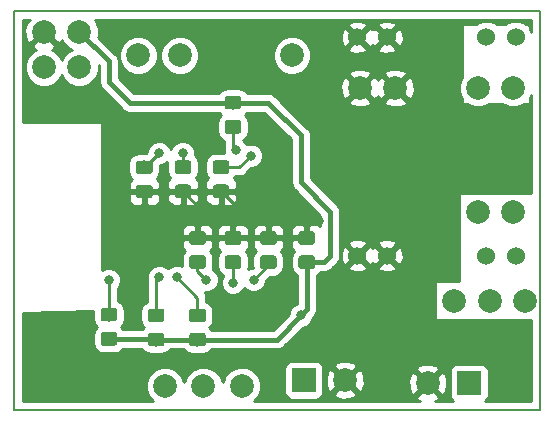
<source format=gbr>
%TF.GenerationSoftware,KiCad,Pcbnew,5.0.1*%
%TF.CreationDate,2019-02-20T12:32:28+01:00*%
%TF.ProjectId,rgbww-micro-board,72676277772D6D6963726F2D626F6172,rev?*%
%TF.SameCoordinates,PXb903480PY55d4a80*%
%TF.FileFunction,Copper,L2,Bot,Signal*%
%TF.FilePolarity,Positive*%
%FSLAX46Y46*%
G04 Gerber Fmt 4.6, Leading zero omitted, Abs format (unit mm)*
G04 Created by KiCad (PCBNEW 5.0.1) date Mi 20 Feb 2019 12:32:28 CET*
%MOMM*%
%LPD*%
G01*
G04 APERTURE LIST*
%ADD10C,0.200000*%
%ADD11C,1.524000*%
%ADD12C,1.998980*%
%ADD13R,2.000000X2.000000*%
%ADD14C,2.000000*%
%ADD15C,0.100000*%
%ADD16C,1.150000*%
%ADD17C,0.800000*%
%ADD18C,0.400000*%
%ADD19C,0.250000*%
%ADD20C,0.254000*%
G04 APERTURE END LIST*
D10*
X44500000Y33750000D02*
X0Y33750000D01*
X44500000Y0D02*
X44500000Y33750000D01*
X0Y0D02*
X44500000Y0D01*
X0Y33750000D02*
X0Y0D01*
D11*
X42450000Y13050000D03*
X39950000Y13050000D03*
X31550000Y13050000D03*
X29050000Y13050000D03*
X42450000Y31550000D03*
X39950000Y31550000D03*
X31550000Y31550000D03*
X29050000Y31550000D03*
D12*
X19250000Y2000000D03*
X14000000Y30000000D03*
X10500000Y30000000D03*
X12750000Y2000000D03*
X42250000Y27250000D03*
X39250000Y27250000D03*
X5500000Y32000000D03*
X2500000Y29000000D03*
X5500000Y29000000D03*
X23500000Y30000000D03*
X2500000Y32000000D03*
X32250000Y27250000D03*
X29250000Y27250000D03*
X42250000Y16750000D03*
X40250000Y9250000D03*
X43250000Y9250000D03*
X37250000Y9250000D03*
X39250000Y16750000D03*
X16000000Y2000000D03*
D13*
X24500000Y2500000D03*
D14*
X28000000Y2500000D03*
D15*
G36*
X25224505Y13073796D02*
X25248773Y13070196D01*
X25272572Y13064235D01*
X25295671Y13055970D01*
X25317850Y13045480D01*
X25338893Y13032868D01*
X25358599Y13018253D01*
X25376777Y13001777D01*
X25393253Y12983599D01*
X25407868Y12963893D01*
X25420480Y12942850D01*
X25430970Y12920671D01*
X25439235Y12897572D01*
X25445196Y12873773D01*
X25448796Y12849505D01*
X25450000Y12825001D01*
X25450000Y12174999D01*
X25448796Y12150495D01*
X25445196Y12126227D01*
X25439235Y12102428D01*
X25430970Y12079329D01*
X25420480Y12057150D01*
X25407868Y12036107D01*
X25393253Y12016401D01*
X25376777Y11998223D01*
X25358599Y11981747D01*
X25338893Y11967132D01*
X25317850Y11954520D01*
X25295671Y11944030D01*
X25272572Y11935765D01*
X25248773Y11929804D01*
X25224505Y11926204D01*
X25200001Y11925000D01*
X24299999Y11925000D01*
X24275495Y11926204D01*
X24251227Y11929804D01*
X24227428Y11935765D01*
X24204329Y11944030D01*
X24182150Y11954520D01*
X24161107Y11967132D01*
X24141401Y11981747D01*
X24123223Y11998223D01*
X24106747Y12016401D01*
X24092132Y12036107D01*
X24079520Y12057150D01*
X24069030Y12079329D01*
X24060765Y12102428D01*
X24054804Y12126227D01*
X24051204Y12150495D01*
X24050000Y12174999D01*
X24050000Y12825001D01*
X24051204Y12849505D01*
X24054804Y12873773D01*
X24060765Y12897572D01*
X24069030Y12920671D01*
X24079520Y12942850D01*
X24092132Y12963893D01*
X24106747Y12983599D01*
X24123223Y13001777D01*
X24141401Y13018253D01*
X24161107Y13032868D01*
X24182150Y13045480D01*
X24204329Y13055970D01*
X24227428Y13064235D01*
X24251227Y13070196D01*
X24275495Y13073796D01*
X24299999Y13075000D01*
X25200001Y13075000D01*
X25224505Y13073796D01*
X25224505Y13073796D01*
G37*
D16*
X24750000Y12500000D03*
D15*
G36*
X25224505Y15123796D02*
X25248773Y15120196D01*
X25272572Y15114235D01*
X25295671Y15105970D01*
X25317850Y15095480D01*
X25338893Y15082868D01*
X25358599Y15068253D01*
X25376777Y15051777D01*
X25393253Y15033599D01*
X25407868Y15013893D01*
X25420480Y14992850D01*
X25430970Y14970671D01*
X25439235Y14947572D01*
X25445196Y14923773D01*
X25448796Y14899505D01*
X25450000Y14875001D01*
X25450000Y14224999D01*
X25448796Y14200495D01*
X25445196Y14176227D01*
X25439235Y14152428D01*
X25430970Y14129329D01*
X25420480Y14107150D01*
X25407868Y14086107D01*
X25393253Y14066401D01*
X25376777Y14048223D01*
X25358599Y14031747D01*
X25338893Y14017132D01*
X25317850Y14004520D01*
X25295671Y13994030D01*
X25272572Y13985765D01*
X25248773Y13979804D01*
X25224505Y13976204D01*
X25200001Y13975000D01*
X24299999Y13975000D01*
X24275495Y13976204D01*
X24251227Y13979804D01*
X24227428Y13985765D01*
X24204329Y13994030D01*
X24182150Y14004520D01*
X24161107Y14017132D01*
X24141401Y14031747D01*
X24123223Y14048223D01*
X24106747Y14066401D01*
X24092132Y14086107D01*
X24079520Y14107150D01*
X24069030Y14129329D01*
X24060765Y14152428D01*
X24054804Y14176227D01*
X24051204Y14200495D01*
X24050000Y14224999D01*
X24050000Y14875001D01*
X24051204Y14899505D01*
X24054804Y14923773D01*
X24060765Y14947572D01*
X24069030Y14970671D01*
X24079520Y14992850D01*
X24092132Y15013893D01*
X24106747Y15033599D01*
X24123223Y15051777D01*
X24141401Y15068253D01*
X24161107Y15082868D01*
X24182150Y15095480D01*
X24204329Y15105970D01*
X24227428Y15114235D01*
X24251227Y15120196D01*
X24275495Y15123796D01*
X24299999Y15125000D01*
X25200001Y15125000D01*
X25224505Y15123796D01*
X25224505Y15123796D01*
G37*
D16*
X24750000Y14550000D03*
D14*
X35000000Y2250000D03*
D13*
X38500000Y2250000D03*
D15*
G36*
X8474505Y8623796D02*
X8498773Y8620196D01*
X8522572Y8614235D01*
X8545671Y8605970D01*
X8567850Y8595480D01*
X8588893Y8582868D01*
X8608599Y8568253D01*
X8626777Y8551777D01*
X8643253Y8533599D01*
X8657868Y8513893D01*
X8670480Y8492850D01*
X8680970Y8470671D01*
X8689235Y8447572D01*
X8695196Y8423773D01*
X8698796Y8399505D01*
X8700000Y8375001D01*
X8700000Y7724999D01*
X8698796Y7700495D01*
X8695196Y7676227D01*
X8689235Y7652428D01*
X8680970Y7629329D01*
X8670480Y7607150D01*
X8657868Y7586107D01*
X8643253Y7566401D01*
X8626777Y7548223D01*
X8608599Y7531747D01*
X8588893Y7517132D01*
X8567850Y7504520D01*
X8545671Y7494030D01*
X8522572Y7485765D01*
X8498773Y7479804D01*
X8474505Y7476204D01*
X8450001Y7475000D01*
X7549999Y7475000D01*
X7525495Y7476204D01*
X7501227Y7479804D01*
X7477428Y7485765D01*
X7454329Y7494030D01*
X7432150Y7504520D01*
X7411107Y7517132D01*
X7391401Y7531747D01*
X7373223Y7548223D01*
X7356747Y7566401D01*
X7342132Y7586107D01*
X7329520Y7607150D01*
X7319030Y7629329D01*
X7310765Y7652428D01*
X7304804Y7676227D01*
X7301204Y7700495D01*
X7300000Y7724999D01*
X7300000Y8375001D01*
X7301204Y8399505D01*
X7304804Y8423773D01*
X7310765Y8447572D01*
X7319030Y8470671D01*
X7329520Y8492850D01*
X7342132Y8513893D01*
X7356747Y8533599D01*
X7373223Y8551777D01*
X7391401Y8568253D01*
X7411107Y8582868D01*
X7432150Y8595480D01*
X7454329Y8605970D01*
X7477428Y8614235D01*
X7501227Y8620196D01*
X7525495Y8623796D01*
X7549999Y8625000D01*
X8450001Y8625000D01*
X8474505Y8623796D01*
X8474505Y8623796D01*
G37*
D16*
X8000000Y8050000D03*
D15*
G36*
X8474505Y6573796D02*
X8498773Y6570196D01*
X8522572Y6564235D01*
X8545671Y6555970D01*
X8567850Y6545480D01*
X8588893Y6532868D01*
X8608599Y6518253D01*
X8626777Y6501777D01*
X8643253Y6483599D01*
X8657868Y6463893D01*
X8670480Y6442850D01*
X8680970Y6420671D01*
X8689235Y6397572D01*
X8695196Y6373773D01*
X8698796Y6349505D01*
X8700000Y6325001D01*
X8700000Y5674999D01*
X8698796Y5650495D01*
X8695196Y5626227D01*
X8689235Y5602428D01*
X8680970Y5579329D01*
X8670480Y5557150D01*
X8657868Y5536107D01*
X8643253Y5516401D01*
X8626777Y5498223D01*
X8608599Y5481747D01*
X8588893Y5467132D01*
X8567850Y5454520D01*
X8545671Y5444030D01*
X8522572Y5435765D01*
X8498773Y5429804D01*
X8474505Y5426204D01*
X8450001Y5425000D01*
X7549999Y5425000D01*
X7525495Y5426204D01*
X7501227Y5429804D01*
X7477428Y5435765D01*
X7454329Y5444030D01*
X7432150Y5454520D01*
X7411107Y5467132D01*
X7391401Y5481747D01*
X7373223Y5498223D01*
X7356747Y5516401D01*
X7342132Y5536107D01*
X7329520Y5557150D01*
X7319030Y5579329D01*
X7310765Y5602428D01*
X7304804Y5626227D01*
X7301204Y5650495D01*
X7300000Y5674999D01*
X7300000Y6325001D01*
X7301204Y6349505D01*
X7304804Y6373773D01*
X7310765Y6397572D01*
X7319030Y6420671D01*
X7329520Y6442850D01*
X7342132Y6463893D01*
X7356747Y6483599D01*
X7373223Y6501777D01*
X7391401Y6518253D01*
X7411107Y6532868D01*
X7432150Y6545480D01*
X7454329Y6555970D01*
X7477428Y6564235D01*
X7501227Y6570196D01*
X7525495Y6573796D01*
X7549999Y6575000D01*
X8450001Y6575000D01*
X8474505Y6573796D01*
X8474505Y6573796D01*
G37*
D16*
X8000000Y6000000D03*
D15*
G36*
X12474505Y6523796D02*
X12498773Y6520196D01*
X12522572Y6514235D01*
X12545671Y6505970D01*
X12567850Y6495480D01*
X12588893Y6482868D01*
X12608599Y6468253D01*
X12626777Y6451777D01*
X12643253Y6433599D01*
X12657868Y6413893D01*
X12670480Y6392850D01*
X12680970Y6370671D01*
X12689235Y6347572D01*
X12695196Y6323773D01*
X12698796Y6299505D01*
X12700000Y6275001D01*
X12700000Y5624999D01*
X12698796Y5600495D01*
X12695196Y5576227D01*
X12689235Y5552428D01*
X12680970Y5529329D01*
X12670480Y5507150D01*
X12657868Y5486107D01*
X12643253Y5466401D01*
X12626777Y5448223D01*
X12608599Y5431747D01*
X12588893Y5417132D01*
X12567850Y5404520D01*
X12545671Y5394030D01*
X12522572Y5385765D01*
X12498773Y5379804D01*
X12474505Y5376204D01*
X12450001Y5375000D01*
X11549999Y5375000D01*
X11525495Y5376204D01*
X11501227Y5379804D01*
X11477428Y5385765D01*
X11454329Y5394030D01*
X11432150Y5404520D01*
X11411107Y5417132D01*
X11391401Y5431747D01*
X11373223Y5448223D01*
X11356747Y5466401D01*
X11342132Y5486107D01*
X11329520Y5507150D01*
X11319030Y5529329D01*
X11310765Y5552428D01*
X11304804Y5576227D01*
X11301204Y5600495D01*
X11300000Y5624999D01*
X11300000Y6275001D01*
X11301204Y6299505D01*
X11304804Y6323773D01*
X11310765Y6347572D01*
X11319030Y6370671D01*
X11329520Y6392850D01*
X11342132Y6413893D01*
X11356747Y6433599D01*
X11373223Y6451777D01*
X11391401Y6468253D01*
X11411107Y6482868D01*
X11432150Y6495480D01*
X11454329Y6505970D01*
X11477428Y6514235D01*
X11501227Y6520196D01*
X11525495Y6523796D01*
X11549999Y6525000D01*
X12450001Y6525000D01*
X12474505Y6523796D01*
X12474505Y6523796D01*
G37*
D16*
X12000000Y5950000D03*
D15*
G36*
X12474505Y8573796D02*
X12498773Y8570196D01*
X12522572Y8564235D01*
X12545671Y8555970D01*
X12567850Y8545480D01*
X12588893Y8532868D01*
X12608599Y8518253D01*
X12626777Y8501777D01*
X12643253Y8483599D01*
X12657868Y8463893D01*
X12670480Y8442850D01*
X12680970Y8420671D01*
X12689235Y8397572D01*
X12695196Y8373773D01*
X12698796Y8349505D01*
X12700000Y8325001D01*
X12700000Y7674999D01*
X12698796Y7650495D01*
X12695196Y7626227D01*
X12689235Y7602428D01*
X12680970Y7579329D01*
X12670480Y7557150D01*
X12657868Y7536107D01*
X12643253Y7516401D01*
X12626777Y7498223D01*
X12608599Y7481747D01*
X12588893Y7467132D01*
X12567850Y7454520D01*
X12545671Y7444030D01*
X12522572Y7435765D01*
X12498773Y7429804D01*
X12474505Y7426204D01*
X12450001Y7425000D01*
X11549999Y7425000D01*
X11525495Y7426204D01*
X11501227Y7429804D01*
X11477428Y7435765D01*
X11454329Y7444030D01*
X11432150Y7454520D01*
X11411107Y7467132D01*
X11391401Y7481747D01*
X11373223Y7498223D01*
X11356747Y7516401D01*
X11342132Y7536107D01*
X11329520Y7557150D01*
X11319030Y7579329D01*
X11310765Y7602428D01*
X11304804Y7626227D01*
X11301204Y7650495D01*
X11300000Y7674999D01*
X11300000Y8325001D01*
X11301204Y8349505D01*
X11304804Y8373773D01*
X11310765Y8397572D01*
X11319030Y8420671D01*
X11329520Y8442850D01*
X11342132Y8463893D01*
X11356747Y8483599D01*
X11373223Y8501777D01*
X11391401Y8518253D01*
X11411107Y8532868D01*
X11432150Y8545480D01*
X11454329Y8555970D01*
X11477428Y8564235D01*
X11501227Y8570196D01*
X11525495Y8573796D01*
X11549999Y8575000D01*
X12450001Y8575000D01*
X12474505Y8573796D01*
X12474505Y8573796D01*
G37*
D16*
X12000000Y8000000D03*
D15*
G36*
X17974505Y21123796D02*
X17998773Y21120196D01*
X18022572Y21114235D01*
X18045671Y21105970D01*
X18067850Y21095480D01*
X18088893Y21082868D01*
X18108599Y21068253D01*
X18126777Y21051777D01*
X18143253Y21033599D01*
X18157868Y21013893D01*
X18170480Y20992850D01*
X18180970Y20970671D01*
X18189235Y20947572D01*
X18195196Y20923773D01*
X18198796Y20899505D01*
X18200000Y20875001D01*
X18200000Y20224999D01*
X18198796Y20200495D01*
X18195196Y20176227D01*
X18189235Y20152428D01*
X18180970Y20129329D01*
X18170480Y20107150D01*
X18157868Y20086107D01*
X18143253Y20066401D01*
X18126777Y20048223D01*
X18108599Y20031747D01*
X18088893Y20017132D01*
X18067850Y20004520D01*
X18045671Y19994030D01*
X18022572Y19985765D01*
X17998773Y19979804D01*
X17974505Y19976204D01*
X17950001Y19975000D01*
X17049999Y19975000D01*
X17025495Y19976204D01*
X17001227Y19979804D01*
X16977428Y19985765D01*
X16954329Y19994030D01*
X16932150Y20004520D01*
X16911107Y20017132D01*
X16891401Y20031747D01*
X16873223Y20048223D01*
X16856747Y20066401D01*
X16842132Y20086107D01*
X16829520Y20107150D01*
X16819030Y20129329D01*
X16810765Y20152428D01*
X16804804Y20176227D01*
X16801204Y20200495D01*
X16800000Y20224999D01*
X16800000Y20875001D01*
X16801204Y20899505D01*
X16804804Y20923773D01*
X16810765Y20947572D01*
X16819030Y20970671D01*
X16829520Y20992850D01*
X16842132Y21013893D01*
X16856747Y21033599D01*
X16873223Y21051777D01*
X16891401Y21068253D01*
X16911107Y21082868D01*
X16932150Y21095480D01*
X16954329Y21105970D01*
X16977428Y21114235D01*
X17001227Y21120196D01*
X17025495Y21123796D01*
X17049999Y21125000D01*
X17950001Y21125000D01*
X17974505Y21123796D01*
X17974505Y21123796D01*
G37*
D16*
X17500000Y20550000D03*
D15*
G36*
X17974505Y19073796D02*
X17998773Y19070196D01*
X18022572Y19064235D01*
X18045671Y19055970D01*
X18067850Y19045480D01*
X18088893Y19032868D01*
X18108599Y19018253D01*
X18126777Y19001777D01*
X18143253Y18983599D01*
X18157868Y18963893D01*
X18170480Y18942850D01*
X18180970Y18920671D01*
X18189235Y18897572D01*
X18195196Y18873773D01*
X18198796Y18849505D01*
X18200000Y18825001D01*
X18200000Y18174999D01*
X18198796Y18150495D01*
X18195196Y18126227D01*
X18189235Y18102428D01*
X18180970Y18079329D01*
X18170480Y18057150D01*
X18157868Y18036107D01*
X18143253Y18016401D01*
X18126777Y17998223D01*
X18108599Y17981747D01*
X18088893Y17967132D01*
X18067850Y17954520D01*
X18045671Y17944030D01*
X18022572Y17935765D01*
X17998773Y17929804D01*
X17974505Y17926204D01*
X17950001Y17925000D01*
X17049999Y17925000D01*
X17025495Y17926204D01*
X17001227Y17929804D01*
X16977428Y17935765D01*
X16954329Y17944030D01*
X16932150Y17954520D01*
X16911107Y17967132D01*
X16891401Y17981747D01*
X16873223Y17998223D01*
X16856747Y18016401D01*
X16842132Y18036107D01*
X16829520Y18057150D01*
X16819030Y18079329D01*
X16810765Y18102428D01*
X16804804Y18126227D01*
X16801204Y18150495D01*
X16800000Y18174999D01*
X16800000Y18825001D01*
X16801204Y18849505D01*
X16804804Y18873773D01*
X16810765Y18897572D01*
X16819030Y18920671D01*
X16829520Y18942850D01*
X16842132Y18963893D01*
X16856747Y18983599D01*
X16873223Y19001777D01*
X16891401Y19018253D01*
X16911107Y19032868D01*
X16932150Y19045480D01*
X16954329Y19055970D01*
X16977428Y19064235D01*
X17001227Y19070196D01*
X17025495Y19073796D01*
X17049999Y19075000D01*
X17950001Y19075000D01*
X17974505Y19073796D01*
X17974505Y19073796D01*
G37*
D16*
X17500000Y18500000D03*
D15*
G36*
X15974505Y15123796D02*
X15998773Y15120196D01*
X16022572Y15114235D01*
X16045671Y15105970D01*
X16067850Y15095480D01*
X16088893Y15082868D01*
X16108599Y15068253D01*
X16126777Y15051777D01*
X16143253Y15033599D01*
X16157868Y15013893D01*
X16170480Y14992850D01*
X16180970Y14970671D01*
X16189235Y14947572D01*
X16195196Y14923773D01*
X16198796Y14899505D01*
X16200000Y14875001D01*
X16200000Y14224999D01*
X16198796Y14200495D01*
X16195196Y14176227D01*
X16189235Y14152428D01*
X16180970Y14129329D01*
X16170480Y14107150D01*
X16157868Y14086107D01*
X16143253Y14066401D01*
X16126777Y14048223D01*
X16108599Y14031747D01*
X16088893Y14017132D01*
X16067850Y14004520D01*
X16045671Y13994030D01*
X16022572Y13985765D01*
X15998773Y13979804D01*
X15974505Y13976204D01*
X15950001Y13975000D01*
X15049999Y13975000D01*
X15025495Y13976204D01*
X15001227Y13979804D01*
X14977428Y13985765D01*
X14954329Y13994030D01*
X14932150Y14004520D01*
X14911107Y14017132D01*
X14891401Y14031747D01*
X14873223Y14048223D01*
X14856747Y14066401D01*
X14842132Y14086107D01*
X14829520Y14107150D01*
X14819030Y14129329D01*
X14810765Y14152428D01*
X14804804Y14176227D01*
X14801204Y14200495D01*
X14800000Y14224999D01*
X14800000Y14875001D01*
X14801204Y14899505D01*
X14804804Y14923773D01*
X14810765Y14947572D01*
X14819030Y14970671D01*
X14829520Y14992850D01*
X14842132Y15013893D01*
X14856747Y15033599D01*
X14873223Y15051777D01*
X14891401Y15068253D01*
X14911107Y15082868D01*
X14932150Y15095480D01*
X14954329Y15105970D01*
X14977428Y15114235D01*
X15001227Y15120196D01*
X15025495Y15123796D01*
X15049999Y15125000D01*
X15950001Y15125000D01*
X15974505Y15123796D01*
X15974505Y15123796D01*
G37*
D16*
X15500000Y14550000D03*
D15*
G36*
X15974505Y13073796D02*
X15998773Y13070196D01*
X16022572Y13064235D01*
X16045671Y13055970D01*
X16067850Y13045480D01*
X16088893Y13032868D01*
X16108599Y13018253D01*
X16126777Y13001777D01*
X16143253Y12983599D01*
X16157868Y12963893D01*
X16170480Y12942850D01*
X16180970Y12920671D01*
X16189235Y12897572D01*
X16195196Y12873773D01*
X16198796Y12849505D01*
X16200000Y12825001D01*
X16200000Y12174999D01*
X16198796Y12150495D01*
X16195196Y12126227D01*
X16189235Y12102428D01*
X16180970Y12079329D01*
X16170480Y12057150D01*
X16157868Y12036107D01*
X16143253Y12016401D01*
X16126777Y11998223D01*
X16108599Y11981747D01*
X16088893Y11967132D01*
X16067850Y11954520D01*
X16045671Y11944030D01*
X16022572Y11935765D01*
X15998773Y11929804D01*
X15974505Y11926204D01*
X15950001Y11925000D01*
X15049999Y11925000D01*
X15025495Y11926204D01*
X15001227Y11929804D01*
X14977428Y11935765D01*
X14954329Y11944030D01*
X14932150Y11954520D01*
X14911107Y11967132D01*
X14891401Y11981747D01*
X14873223Y11998223D01*
X14856747Y12016401D01*
X14842132Y12036107D01*
X14829520Y12057150D01*
X14819030Y12079329D01*
X14810765Y12102428D01*
X14804804Y12126227D01*
X14801204Y12150495D01*
X14800000Y12174999D01*
X14800000Y12825001D01*
X14801204Y12849505D01*
X14804804Y12873773D01*
X14810765Y12897572D01*
X14819030Y12920671D01*
X14829520Y12942850D01*
X14842132Y12963893D01*
X14856747Y12983599D01*
X14873223Y13001777D01*
X14891401Y13018253D01*
X14911107Y13032868D01*
X14932150Y13045480D01*
X14954329Y13055970D01*
X14977428Y13064235D01*
X15001227Y13070196D01*
X15025495Y13073796D01*
X15049999Y13075000D01*
X15950001Y13075000D01*
X15974505Y13073796D01*
X15974505Y13073796D01*
G37*
D16*
X15500000Y12500000D03*
D15*
G36*
X18974505Y24523796D02*
X18998773Y24520196D01*
X19022572Y24514235D01*
X19045671Y24505970D01*
X19067850Y24495480D01*
X19088893Y24482868D01*
X19108599Y24468253D01*
X19126777Y24451777D01*
X19143253Y24433599D01*
X19157868Y24413893D01*
X19170480Y24392850D01*
X19180970Y24370671D01*
X19189235Y24347572D01*
X19195196Y24323773D01*
X19198796Y24299505D01*
X19200000Y24275001D01*
X19200000Y23624999D01*
X19198796Y23600495D01*
X19195196Y23576227D01*
X19189235Y23552428D01*
X19180970Y23529329D01*
X19170480Y23507150D01*
X19157868Y23486107D01*
X19143253Y23466401D01*
X19126777Y23448223D01*
X19108599Y23431747D01*
X19088893Y23417132D01*
X19067850Y23404520D01*
X19045671Y23394030D01*
X19022572Y23385765D01*
X18998773Y23379804D01*
X18974505Y23376204D01*
X18950001Y23375000D01*
X18049999Y23375000D01*
X18025495Y23376204D01*
X18001227Y23379804D01*
X17977428Y23385765D01*
X17954329Y23394030D01*
X17932150Y23404520D01*
X17911107Y23417132D01*
X17891401Y23431747D01*
X17873223Y23448223D01*
X17856747Y23466401D01*
X17842132Y23486107D01*
X17829520Y23507150D01*
X17819030Y23529329D01*
X17810765Y23552428D01*
X17804804Y23576227D01*
X17801204Y23600495D01*
X17800000Y23624999D01*
X17800000Y24275001D01*
X17801204Y24299505D01*
X17804804Y24323773D01*
X17810765Y24347572D01*
X17819030Y24370671D01*
X17829520Y24392850D01*
X17842132Y24413893D01*
X17856747Y24433599D01*
X17873223Y24451777D01*
X17891401Y24468253D01*
X17911107Y24482868D01*
X17932150Y24495480D01*
X17954329Y24505970D01*
X17977428Y24514235D01*
X18001227Y24520196D01*
X18025495Y24523796D01*
X18049999Y24525000D01*
X18950001Y24525000D01*
X18974505Y24523796D01*
X18974505Y24523796D01*
G37*
D16*
X18500000Y23950000D03*
D15*
G36*
X18974505Y26573796D02*
X18998773Y26570196D01*
X19022572Y26564235D01*
X19045671Y26555970D01*
X19067850Y26545480D01*
X19088893Y26532868D01*
X19108599Y26518253D01*
X19126777Y26501777D01*
X19143253Y26483599D01*
X19157868Y26463893D01*
X19170480Y26442850D01*
X19180970Y26420671D01*
X19189235Y26397572D01*
X19195196Y26373773D01*
X19198796Y26349505D01*
X19200000Y26325001D01*
X19200000Y25674999D01*
X19198796Y25650495D01*
X19195196Y25626227D01*
X19189235Y25602428D01*
X19180970Y25579329D01*
X19170480Y25557150D01*
X19157868Y25536107D01*
X19143253Y25516401D01*
X19126777Y25498223D01*
X19108599Y25481747D01*
X19088893Y25467132D01*
X19067850Y25454520D01*
X19045671Y25444030D01*
X19022572Y25435765D01*
X18998773Y25429804D01*
X18974505Y25426204D01*
X18950001Y25425000D01*
X18049999Y25425000D01*
X18025495Y25426204D01*
X18001227Y25429804D01*
X17977428Y25435765D01*
X17954329Y25444030D01*
X17932150Y25454520D01*
X17911107Y25467132D01*
X17891401Y25481747D01*
X17873223Y25498223D01*
X17856747Y25516401D01*
X17842132Y25536107D01*
X17829520Y25557150D01*
X17819030Y25579329D01*
X17810765Y25602428D01*
X17804804Y25626227D01*
X17801204Y25650495D01*
X17800000Y25674999D01*
X17800000Y26325001D01*
X17801204Y26349505D01*
X17804804Y26373773D01*
X17810765Y26397572D01*
X17819030Y26420671D01*
X17829520Y26442850D01*
X17842132Y26463893D01*
X17856747Y26483599D01*
X17873223Y26501777D01*
X17891401Y26518253D01*
X17911107Y26532868D01*
X17932150Y26545480D01*
X17954329Y26555970D01*
X17977428Y26564235D01*
X18001227Y26570196D01*
X18025495Y26573796D01*
X18049999Y26575000D01*
X18950001Y26575000D01*
X18974505Y26573796D01*
X18974505Y26573796D01*
G37*
D16*
X18500000Y26000000D03*
D15*
G36*
X21974505Y13073796D02*
X21998773Y13070196D01*
X22022572Y13064235D01*
X22045671Y13055970D01*
X22067850Y13045480D01*
X22088893Y13032868D01*
X22108599Y13018253D01*
X22126777Y13001777D01*
X22143253Y12983599D01*
X22157868Y12963893D01*
X22170480Y12942850D01*
X22180970Y12920671D01*
X22189235Y12897572D01*
X22195196Y12873773D01*
X22198796Y12849505D01*
X22200000Y12825001D01*
X22200000Y12174999D01*
X22198796Y12150495D01*
X22195196Y12126227D01*
X22189235Y12102428D01*
X22180970Y12079329D01*
X22170480Y12057150D01*
X22157868Y12036107D01*
X22143253Y12016401D01*
X22126777Y11998223D01*
X22108599Y11981747D01*
X22088893Y11967132D01*
X22067850Y11954520D01*
X22045671Y11944030D01*
X22022572Y11935765D01*
X21998773Y11929804D01*
X21974505Y11926204D01*
X21950001Y11925000D01*
X21049999Y11925000D01*
X21025495Y11926204D01*
X21001227Y11929804D01*
X20977428Y11935765D01*
X20954329Y11944030D01*
X20932150Y11954520D01*
X20911107Y11967132D01*
X20891401Y11981747D01*
X20873223Y11998223D01*
X20856747Y12016401D01*
X20842132Y12036107D01*
X20829520Y12057150D01*
X20819030Y12079329D01*
X20810765Y12102428D01*
X20804804Y12126227D01*
X20801204Y12150495D01*
X20800000Y12174999D01*
X20800000Y12825001D01*
X20801204Y12849505D01*
X20804804Y12873773D01*
X20810765Y12897572D01*
X20819030Y12920671D01*
X20829520Y12942850D01*
X20842132Y12963893D01*
X20856747Y12983599D01*
X20873223Y13001777D01*
X20891401Y13018253D01*
X20911107Y13032868D01*
X20932150Y13045480D01*
X20954329Y13055970D01*
X20977428Y13064235D01*
X21001227Y13070196D01*
X21025495Y13073796D01*
X21049999Y13075000D01*
X21950001Y13075000D01*
X21974505Y13073796D01*
X21974505Y13073796D01*
G37*
D16*
X21500000Y12500000D03*
D15*
G36*
X21974505Y15123796D02*
X21998773Y15120196D01*
X22022572Y15114235D01*
X22045671Y15105970D01*
X22067850Y15095480D01*
X22088893Y15082868D01*
X22108599Y15068253D01*
X22126777Y15051777D01*
X22143253Y15033599D01*
X22157868Y15013893D01*
X22170480Y14992850D01*
X22180970Y14970671D01*
X22189235Y14947572D01*
X22195196Y14923773D01*
X22198796Y14899505D01*
X22200000Y14875001D01*
X22200000Y14224999D01*
X22198796Y14200495D01*
X22195196Y14176227D01*
X22189235Y14152428D01*
X22180970Y14129329D01*
X22170480Y14107150D01*
X22157868Y14086107D01*
X22143253Y14066401D01*
X22126777Y14048223D01*
X22108599Y14031747D01*
X22088893Y14017132D01*
X22067850Y14004520D01*
X22045671Y13994030D01*
X22022572Y13985765D01*
X21998773Y13979804D01*
X21974505Y13976204D01*
X21950001Y13975000D01*
X21049999Y13975000D01*
X21025495Y13976204D01*
X21001227Y13979804D01*
X20977428Y13985765D01*
X20954329Y13994030D01*
X20932150Y14004520D01*
X20911107Y14017132D01*
X20891401Y14031747D01*
X20873223Y14048223D01*
X20856747Y14066401D01*
X20842132Y14086107D01*
X20829520Y14107150D01*
X20819030Y14129329D01*
X20810765Y14152428D01*
X20804804Y14176227D01*
X20801204Y14200495D01*
X20800000Y14224999D01*
X20800000Y14875001D01*
X20801204Y14899505D01*
X20804804Y14923773D01*
X20810765Y14947572D01*
X20819030Y14970671D01*
X20829520Y14992850D01*
X20842132Y15013893D01*
X20856747Y15033599D01*
X20873223Y15051777D01*
X20891401Y15068253D01*
X20911107Y15082868D01*
X20932150Y15095480D01*
X20954329Y15105970D01*
X20977428Y15114235D01*
X21001227Y15120196D01*
X21025495Y15123796D01*
X21049999Y15125000D01*
X21950001Y15125000D01*
X21974505Y15123796D01*
X21974505Y15123796D01*
G37*
D16*
X21500000Y14550000D03*
D15*
G36*
X18974505Y13073796D02*
X18998773Y13070196D01*
X19022572Y13064235D01*
X19045671Y13055970D01*
X19067850Y13045480D01*
X19088893Y13032868D01*
X19108599Y13018253D01*
X19126777Y13001777D01*
X19143253Y12983599D01*
X19157868Y12963893D01*
X19170480Y12942850D01*
X19180970Y12920671D01*
X19189235Y12897572D01*
X19195196Y12873773D01*
X19198796Y12849505D01*
X19200000Y12825001D01*
X19200000Y12174999D01*
X19198796Y12150495D01*
X19195196Y12126227D01*
X19189235Y12102428D01*
X19180970Y12079329D01*
X19170480Y12057150D01*
X19157868Y12036107D01*
X19143253Y12016401D01*
X19126777Y11998223D01*
X19108599Y11981747D01*
X19088893Y11967132D01*
X19067850Y11954520D01*
X19045671Y11944030D01*
X19022572Y11935765D01*
X18998773Y11929804D01*
X18974505Y11926204D01*
X18950001Y11925000D01*
X18049999Y11925000D01*
X18025495Y11926204D01*
X18001227Y11929804D01*
X17977428Y11935765D01*
X17954329Y11944030D01*
X17932150Y11954520D01*
X17911107Y11967132D01*
X17891401Y11981747D01*
X17873223Y11998223D01*
X17856747Y12016401D01*
X17842132Y12036107D01*
X17829520Y12057150D01*
X17819030Y12079329D01*
X17810765Y12102428D01*
X17804804Y12126227D01*
X17801204Y12150495D01*
X17800000Y12174999D01*
X17800000Y12825001D01*
X17801204Y12849505D01*
X17804804Y12873773D01*
X17810765Y12897572D01*
X17819030Y12920671D01*
X17829520Y12942850D01*
X17842132Y12963893D01*
X17856747Y12983599D01*
X17873223Y13001777D01*
X17891401Y13018253D01*
X17911107Y13032868D01*
X17932150Y13045480D01*
X17954329Y13055970D01*
X17977428Y13064235D01*
X18001227Y13070196D01*
X18025495Y13073796D01*
X18049999Y13075000D01*
X18950001Y13075000D01*
X18974505Y13073796D01*
X18974505Y13073796D01*
G37*
D16*
X18500000Y12500000D03*
D15*
G36*
X18974505Y15123796D02*
X18998773Y15120196D01*
X19022572Y15114235D01*
X19045671Y15105970D01*
X19067850Y15095480D01*
X19088893Y15082868D01*
X19108599Y15068253D01*
X19126777Y15051777D01*
X19143253Y15033599D01*
X19157868Y15013893D01*
X19170480Y14992850D01*
X19180970Y14970671D01*
X19189235Y14947572D01*
X19195196Y14923773D01*
X19198796Y14899505D01*
X19200000Y14875001D01*
X19200000Y14224999D01*
X19198796Y14200495D01*
X19195196Y14176227D01*
X19189235Y14152428D01*
X19180970Y14129329D01*
X19170480Y14107150D01*
X19157868Y14086107D01*
X19143253Y14066401D01*
X19126777Y14048223D01*
X19108599Y14031747D01*
X19088893Y14017132D01*
X19067850Y14004520D01*
X19045671Y13994030D01*
X19022572Y13985765D01*
X18998773Y13979804D01*
X18974505Y13976204D01*
X18950001Y13975000D01*
X18049999Y13975000D01*
X18025495Y13976204D01*
X18001227Y13979804D01*
X17977428Y13985765D01*
X17954329Y13994030D01*
X17932150Y14004520D01*
X17911107Y14017132D01*
X17891401Y14031747D01*
X17873223Y14048223D01*
X17856747Y14066401D01*
X17842132Y14086107D01*
X17829520Y14107150D01*
X17819030Y14129329D01*
X17810765Y14152428D01*
X17804804Y14176227D01*
X17801204Y14200495D01*
X17800000Y14224999D01*
X17800000Y14875001D01*
X17801204Y14899505D01*
X17804804Y14923773D01*
X17810765Y14947572D01*
X17819030Y14970671D01*
X17829520Y14992850D01*
X17842132Y15013893D01*
X17856747Y15033599D01*
X17873223Y15051777D01*
X17891401Y15068253D01*
X17911107Y15082868D01*
X17932150Y15095480D01*
X17954329Y15105970D01*
X17977428Y15114235D01*
X18001227Y15120196D01*
X18025495Y15123796D01*
X18049999Y15125000D01*
X18950001Y15125000D01*
X18974505Y15123796D01*
X18974505Y15123796D01*
G37*
D16*
X18500000Y14550000D03*
D15*
G36*
X11474505Y21098796D02*
X11498773Y21095196D01*
X11522572Y21089235D01*
X11545671Y21080970D01*
X11567850Y21070480D01*
X11588893Y21057868D01*
X11608599Y21043253D01*
X11626777Y21026777D01*
X11643253Y21008599D01*
X11657868Y20988893D01*
X11670480Y20967850D01*
X11680970Y20945671D01*
X11689235Y20922572D01*
X11695196Y20898773D01*
X11698796Y20874505D01*
X11700000Y20850001D01*
X11700000Y20199999D01*
X11698796Y20175495D01*
X11695196Y20151227D01*
X11689235Y20127428D01*
X11680970Y20104329D01*
X11670480Y20082150D01*
X11657868Y20061107D01*
X11643253Y20041401D01*
X11626777Y20023223D01*
X11608599Y20006747D01*
X11588893Y19992132D01*
X11567850Y19979520D01*
X11545671Y19969030D01*
X11522572Y19960765D01*
X11498773Y19954804D01*
X11474505Y19951204D01*
X11450001Y19950000D01*
X10549999Y19950000D01*
X10525495Y19951204D01*
X10501227Y19954804D01*
X10477428Y19960765D01*
X10454329Y19969030D01*
X10432150Y19979520D01*
X10411107Y19992132D01*
X10391401Y20006747D01*
X10373223Y20023223D01*
X10356747Y20041401D01*
X10342132Y20061107D01*
X10329520Y20082150D01*
X10319030Y20104329D01*
X10310765Y20127428D01*
X10304804Y20151227D01*
X10301204Y20175495D01*
X10300000Y20199999D01*
X10300000Y20850001D01*
X10301204Y20874505D01*
X10304804Y20898773D01*
X10310765Y20922572D01*
X10319030Y20945671D01*
X10329520Y20967850D01*
X10342132Y20988893D01*
X10356747Y21008599D01*
X10373223Y21026777D01*
X10391401Y21043253D01*
X10411107Y21057868D01*
X10432150Y21070480D01*
X10454329Y21080970D01*
X10477428Y21089235D01*
X10501227Y21095196D01*
X10525495Y21098796D01*
X10549999Y21100000D01*
X11450001Y21100000D01*
X11474505Y21098796D01*
X11474505Y21098796D01*
G37*
D16*
X11000000Y20525000D03*
D15*
G36*
X11474505Y19048796D02*
X11498773Y19045196D01*
X11522572Y19039235D01*
X11545671Y19030970D01*
X11567850Y19020480D01*
X11588893Y19007868D01*
X11608599Y18993253D01*
X11626777Y18976777D01*
X11643253Y18958599D01*
X11657868Y18938893D01*
X11670480Y18917850D01*
X11680970Y18895671D01*
X11689235Y18872572D01*
X11695196Y18848773D01*
X11698796Y18824505D01*
X11700000Y18800001D01*
X11700000Y18149999D01*
X11698796Y18125495D01*
X11695196Y18101227D01*
X11689235Y18077428D01*
X11680970Y18054329D01*
X11670480Y18032150D01*
X11657868Y18011107D01*
X11643253Y17991401D01*
X11626777Y17973223D01*
X11608599Y17956747D01*
X11588893Y17942132D01*
X11567850Y17929520D01*
X11545671Y17919030D01*
X11522572Y17910765D01*
X11498773Y17904804D01*
X11474505Y17901204D01*
X11450001Y17900000D01*
X10549999Y17900000D01*
X10525495Y17901204D01*
X10501227Y17904804D01*
X10477428Y17910765D01*
X10454329Y17919030D01*
X10432150Y17929520D01*
X10411107Y17942132D01*
X10391401Y17956747D01*
X10373223Y17973223D01*
X10356747Y17991401D01*
X10342132Y18011107D01*
X10329520Y18032150D01*
X10319030Y18054329D01*
X10310765Y18077428D01*
X10304804Y18101227D01*
X10301204Y18125495D01*
X10300000Y18149999D01*
X10300000Y18800001D01*
X10301204Y18824505D01*
X10304804Y18848773D01*
X10310765Y18872572D01*
X10319030Y18895671D01*
X10329520Y18917850D01*
X10342132Y18938893D01*
X10356747Y18958599D01*
X10373223Y18976777D01*
X10391401Y18993253D01*
X10411107Y19007868D01*
X10432150Y19020480D01*
X10454329Y19030970D01*
X10477428Y19039235D01*
X10501227Y19045196D01*
X10525495Y19048796D01*
X10549999Y19050000D01*
X11450001Y19050000D01*
X11474505Y19048796D01*
X11474505Y19048796D01*
G37*
D16*
X11000000Y18475000D03*
D15*
G36*
X14754505Y19073796D02*
X14778773Y19070196D01*
X14802572Y19064235D01*
X14825671Y19055970D01*
X14847850Y19045480D01*
X14868893Y19032868D01*
X14888599Y19018253D01*
X14906777Y19001777D01*
X14923253Y18983599D01*
X14937868Y18963893D01*
X14950480Y18942850D01*
X14960970Y18920671D01*
X14969235Y18897572D01*
X14975196Y18873773D01*
X14978796Y18849505D01*
X14980000Y18825001D01*
X14980000Y18174999D01*
X14978796Y18150495D01*
X14975196Y18126227D01*
X14969235Y18102428D01*
X14960970Y18079329D01*
X14950480Y18057150D01*
X14937868Y18036107D01*
X14923253Y18016401D01*
X14906777Y17998223D01*
X14888599Y17981747D01*
X14868893Y17967132D01*
X14847850Y17954520D01*
X14825671Y17944030D01*
X14802572Y17935765D01*
X14778773Y17929804D01*
X14754505Y17926204D01*
X14730001Y17925000D01*
X13829999Y17925000D01*
X13805495Y17926204D01*
X13781227Y17929804D01*
X13757428Y17935765D01*
X13734329Y17944030D01*
X13712150Y17954520D01*
X13691107Y17967132D01*
X13671401Y17981747D01*
X13653223Y17998223D01*
X13636747Y18016401D01*
X13622132Y18036107D01*
X13609520Y18057150D01*
X13599030Y18079329D01*
X13590765Y18102428D01*
X13584804Y18126227D01*
X13581204Y18150495D01*
X13580000Y18174999D01*
X13580000Y18825001D01*
X13581204Y18849505D01*
X13584804Y18873773D01*
X13590765Y18897572D01*
X13599030Y18920671D01*
X13609520Y18942850D01*
X13622132Y18963893D01*
X13636747Y18983599D01*
X13653223Y19001777D01*
X13671401Y19018253D01*
X13691107Y19032868D01*
X13712150Y19045480D01*
X13734329Y19055970D01*
X13757428Y19064235D01*
X13781227Y19070196D01*
X13805495Y19073796D01*
X13829999Y19075000D01*
X14730001Y19075000D01*
X14754505Y19073796D01*
X14754505Y19073796D01*
G37*
D16*
X14280000Y18500000D03*
D15*
G36*
X14754505Y21123796D02*
X14778773Y21120196D01*
X14802572Y21114235D01*
X14825671Y21105970D01*
X14847850Y21095480D01*
X14868893Y21082868D01*
X14888599Y21068253D01*
X14906777Y21051777D01*
X14923253Y21033599D01*
X14937868Y21013893D01*
X14950480Y20992850D01*
X14960970Y20970671D01*
X14969235Y20947572D01*
X14975196Y20923773D01*
X14978796Y20899505D01*
X14980000Y20875001D01*
X14980000Y20224999D01*
X14978796Y20200495D01*
X14975196Y20176227D01*
X14969235Y20152428D01*
X14960970Y20129329D01*
X14950480Y20107150D01*
X14937868Y20086107D01*
X14923253Y20066401D01*
X14906777Y20048223D01*
X14888599Y20031747D01*
X14868893Y20017132D01*
X14847850Y20004520D01*
X14825671Y19994030D01*
X14802572Y19985765D01*
X14778773Y19979804D01*
X14754505Y19976204D01*
X14730001Y19975000D01*
X13829999Y19975000D01*
X13805495Y19976204D01*
X13781227Y19979804D01*
X13757428Y19985765D01*
X13734329Y19994030D01*
X13712150Y20004520D01*
X13691107Y20017132D01*
X13671401Y20031747D01*
X13653223Y20048223D01*
X13636747Y20066401D01*
X13622132Y20086107D01*
X13609520Y20107150D01*
X13599030Y20129329D01*
X13590765Y20152428D01*
X13584804Y20176227D01*
X13581204Y20200495D01*
X13580000Y20224999D01*
X13580000Y20875001D01*
X13581204Y20899505D01*
X13584804Y20923773D01*
X13590765Y20947572D01*
X13599030Y20970671D01*
X13609520Y20992850D01*
X13622132Y21013893D01*
X13636747Y21033599D01*
X13653223Y21051777D01*
X13671401Y21068253D01*
X13691107Y21082868D01*
X13712150Y21095480D01*
X13734329Y21105970D01*
X13757428Y21114235D01*
X13781227Y21120196D01*
X13805495Y21123796D01*
X13829999Y21125000D01*
X14730001Y21125000D01*
X14754505Y21123796D01*
X14754505Y21123796D01*
G37*
D16*
X14280000Y20550000D03*
D15*
G36*
X15974505Y8573796D02*
X15998773Y8570196D01*
X16022572Y8564235D01*
X16045671Y8555970D01*
X16067850Y8545480D01*
X16088893Y8532868D01*
X16108599Y8518253D01*
X16126777Y8501777D01*
X16143253Y8483599D01*
X16157868Y8463893D01*
X16170480Y8442850D01*
X16180970Y8420671D01*
X16189235Y8397572D01*
X16195196Y8373773D01*
X16198796Y8349505D01*
X16200000Y8325001D01*
X16200000Y7674999D01*
X16198796Y7650495D01*
X16195196Y7626227D01*
X16189235Y7602428D01*
X16180970Y7579329D01*
X16170480Y7557150D01*
X16157868Y7536107D01*
X16143253Y7516401D01*
X16126777Y7498223D01*
X16108599Y7481747D01*
X16088893Y7467132D01*
X16067850Y7454520D01*
X16045671Y7444030D01*
X16022572Y7435765D01*
X15998773Y7429804D01*
X15974505Y7426204D01*
X15950001Y7425000D01*
X15049999Y7425000D01*
X15025495Y7426204D01*
X15001227Y7429804D01*
X14977428Y7435765D01*
X14954329Y7444030D01*
X14932150Y7454520D01*
X14911107Y7467132D01*
X14891401Y7481747D01*
X14873223Y7498223D01*
X14856747Y7516401D01*
X14842132Y7536107D01*
X14829520Y7557150D01*
X14819030Y7579329D01*
X14810765Y7602428D01*
X14804804Y7626227D01*
X14801204Y7650495D01*
X14800000Y7674999D01*
X14800000Y8325001D01*
X14801204Y8349505D01*
X14804804Y8373773D01*
X14810765Y8397572D01*
X14819030Y8420671D01*
X14829520Y8442850D01*
X14842132Y8463893D01*
X14856747Y8483599D01*
X14873223Y8501777D01*
X14891401Y8518253D01*
X14911107Y8532868D01*
X14932150Y8545480D01*
X14954329Y8555970D01*
X14977428Y8564235D01*
X15001227Y8570196D01*
X15025495Y8573796D01*
X15049999Y8575000D01*
X15950001Y8575000D01*
X15974505Y8573796D01*
X15974505Y8573796D01*
G37*
D16*
X15500000Y8000000D03*
D15*
G36*
X15974505Y6523796D02*
X15998773Y6520196D01*
X16022572Y6514235D01*
X16045671Y6505970D01*
X16067850Y6495480D01*
X16088893Y6482868D01*
X16108599Y6468253D01*
X16126777Y6451777D01*
X16143253Y6433599D01*
X16157868Y6413893D01*
X16170480Y6392850D01*
X16180970Y6370671D01*
X16189235Y6347572D01*
X16195196Y6323773D01*
X16198796Y6299505D01*
X16200000Y6275001D01*
X16200000Y5624999D01*
X16198796Y5600495D01*
X16195196Y5576227D01*
X16189235Y5552428D01*
X16180970Y5529329D01*
X16170480Y5507150D01*
X16157868Y5486107D01*
X16143253Y5466401D01*
X16126777Y5448223D01*
X16108599Y5431747D01*
X16088893Y5417132D01*
X16067850Y5404520D01*
X16045671Y5394030D01*
X16022572Y5385765D01*
X15998773Y5379804D01*
X15974505Y5376204D01*
X15950001Y5375000D01*
X15049999Y5375000D01*
X15025495Y5376204D01*
X15001227Y5379804D01*
X14977428Y5385765D01*
X14954329Y5394030D01*
X14932150Y5404520D01*
X14911107Y5417132D01*
X14891401Y5431747D01*
X14873223Y5448223D01*
X14856747Y5466401D01*
X14842132Y5486107D01*
X14829520Y5507150D01*
X14819030Y5529329D01*
X14810765Y5552428D01*
X14804804Y5576227D01*
X14801204Y5600495D01*
X14800000Y5624999D01*
X14800000Y6275001D01*
X14801204Y6299505D01*
X14804804Y6323773D01*
X14810765Y6347572D01*
X14819030Y6370671D01*
X14829520Y6392850D01*
X14842132Y6413893D01*
X14856747Y6433599D01*
X14873223Y6451777D01*
X14891401Y6468253D01*
X14911107Y6482868D01*
X14932150Y6495480D01*
X14954329Y6505970D01*
X14977428Y6514235D01*
X15001227Y6520196D01*
X15025495Y6523796D01*
X15049999Y6525000D01*
X15950001Y6525000D01*
X15974505Y6523796D01*
X15974505Y6523796D01*
G37*
D16*
X15500000Y5950000D03*
D17*
X24250000Y8000000D03*
X9500000Y13750000D03*
X11250000Y13750000D03*
X13000000Y13750000D03*
X13000000Y15500000D03*
X11250000Y15500000D03*
X9500000Y15500000D03*
X20750000Y17000000D03*
X20750000Y19000000D03*
X26000000Y24000000D03*
X26000000Y22000000D03*
X26000000Y26000000D03*
X21750000Y20250000D03*
X21750000Y18000000D03*
X25750000Y16000000D03*
X15750000Y27750000D03*
X12500000Y27750000D03*
X8500000Y32250000D03*
X12250000Y32250000D03*
X16250000Y32250000D03*
X21500000Y28000000D03*
X21500000Y32250000D03*
X2500000Y5500000D03*
X2500000Y3250000D03*
X9250000Y1750000D03*
X9250000Y1750000D03*
X9250000Y1750000D03*
X10500000Y4000000D03*
X8000000Y11000000D03*
X13750000Y11250000D03*
X12250000Y11250000D03*
X20000000Y21500000D03*
X18750000Y22000000D03*
X14250000Y21750000D03*
X12250000Y21750000D03*
X18500000Y10750000D03*
X20250000Y11000000D03*
X16250000Y11000000D03*
D18*
X5500000Y32000000D02*
X8000000Y29500000D01*
X8000000Y29500000D02*
X8000000Y27750000D01*
X9750000Y26000000D02*
X18500000Y26000000D01*
X8000000Y27750000D02*
X9750000Y26000000D01*
X24750000Y12500000D02*
X24750000Y8500000D01*
X24750000Y8500000D02*
X24250000Y8000000D01*
X11950000Y6000000D02*
X12000000Y5950000D01*
X8000000Y6000000D02*
X11950000Y6000000D01*
X12000000Y5950000D02*
X15500000Y5950000D01*
X22200000Y5950000D02*
X24250000Y8000000D01*
X15500000Y5950000D02*
X22200000Y5950000D01*
X26250000Y12500000D02*
X24750000Y12500000D01*
X26750000Y13000000D02*
X26250000Y12500000D01*
X18500000Y26000000D02*
X21500000Y26000000D01*
X24250000Y23250000D02*
X24250000Y19250000D01*
X24250000Y19250000D02*
X26750000Y16750000D01*
X21500000Y26000000D02*
X24250000Y23250000D01*
X26750000Y16750000D02*
X26750000Y13000000D01*
D19*
X14255000Y18475000D02*
X14280000Y18500000D01*
X11000000Y18475000D02*
X14255000Y18475000D01*
X15080000Y18500000D02*
X17500000Y18500000D01*
X14280000Y18500000D02*
X15080000Y18500000D01*
X15500000Y17280000D02*
X14280000Y18500000D01*
X15500000Y14550000D02*
X15500000Y17280000D01*
X18500000Y17500000D02*
X17500000Y18500000D01*
X18500000Y14550000D02*
X18500000Y17500000D01*
X21500000Y14550000D02*
X18500000Y14550000D01*
X17700000Y14550000D02*
X15500000Y14550000D01*
X18500000Y14550000D02*
X17700000Y14550000D01*
X24750000Y14550000D02*
X21500000Y14550000D01*
X8000000Y11000000D02*
X8000000Y8050000D01*
X15500000Y8000000D02*
X15500000Y9500000D01*
X15500000Y9500000D02*
X13750000Y11250000D01*
X12000000Y8000000D02*
X12000000Y11000000D01*
X12000000Y11000000D02*
X12250000Y11250000D01*
X17500000Y20550000D02*
X19050000Y20550000D01*
X19050000Y20550000D02*
X20000000Y21500000D01*
X18500000Y22250000D02*
X18750000Y22000000D01*
X18500000Y23950000D02*
X18500000Y22250000D01*
X14280000Y20550000D02*
X14280000Y21720000D01*
X14280000Y21720000D02*
X14250000Y21750000D01*
X11000000Y20525000D02*
X11025000Y20525000D01*
X11025000Y20525000D02*
X12250000Y21750000D01*
X18500000Y10750000D02*
X18500000Y12500000D01*
X21500000Y12500000D02*
X21500000Y12250000D01*
X21500000Y12250000D02*
X20250000Y11000000D01*
X15500000Y12500000D02*
X15500000Y11750000D01*
X15500000Y11750000D02*
X16250000Y11000000D01*
D20*
G36*
X43765001Y32025845D02*
X43634320Y32341337D01*
X43627000Y32348657D01*
X43627000Y32500000D01*
X43617333Y32548601D01*
X43589803Y32589803D01*
X43548601Y32617333D01*
X43500000Y32627000D01*
X43348657Y32627000D01*
X43241337Y32734320D01*
X42727881Y32947000D01*
X42172119Y32947000D01*
X41658663Y32734320D01*
X41551343Y32627000D01*
X40848657Y32627000D01*
X40741337Y32734320D01*
X40227881Y32947000D01*
X39672119Y32947000D01*
X39158663Y32734320D01*
X39051343Y32627000D01*
X38000000Y32627000D01*
X37951399Y32617333D01*
X37910197Y32589803D01*
X37882667Y32548601D01*
X37873000Y32500000D01*
X37873000Y28184518D01*
X37864346Y28175864D01*
X37615510Y27575120D01*
X37615510Y26924880D01*
X37864346Y26324136D01*
X37873000Y26315482D01*
X37873000Y26000000D01*
X37882667Y25951399D01*
X37910197Y25910197D01*
X37951399Y25882667D01*
X38000000Y25873000D01*
X38315482Y25873000D01*
X38324136Y25864346D01*
X38924880Y25615510D01*
X39575120Y25615510D01*
X40175864Y25864346D01*
X40184518Y25873000D01*
X41315482Y25873000D01*
X41324136Y25864346D01*
X41924880Y25615510D01*
X42575120Y25615510D01*
X43175864Y25864346D01*
X43184518Y25873000D01*
X43500000Y25873000D01*
X43548601Y25882667D01*
X43589803Y25910197D01*
X43617333Y25951399D01*
X43627000Y26000000D01*
X43627000Y26315482D01*
X43635654Y26324136D01*
X43765001Y26636407D01*
X43765001Y18377000D01*
X42593202Y18377000D01*
X42575120Y18384490D01*
X41924880Y18384490D01*
X41906798Y18377000D01*
X39593202Y18377000D01*
X39575120Y18384490D01*
X38924880Y18384490D01*
X38906798Y18377000D01*
X37750000Y18377000D01*
X37701399Y18367333D01*
X37660197Y18339803D01*
X37632667Y18298601D01*
X37623000Y18250000D01*
X37623000Y17093202D01*
X37615510Y17075120D01*
X37615510Y16424880D01*
X37623000Y16406798D01*
X37623000Y10877000D01*
X37593202Y10877000D01*
X37575120Y10884490D01*
X36924880Y10884490D01*
X36906798Y10877000D01*
X35750000Y10877000D01*
X35701399Y10867333D01*
X35660197Y10839803D01*
X35632667Y10798601D01*
X35623000Y10750000D01*
X35623000Y9593202D01*
X35615510Y9575120D01*
X35615510Y8924880D01*
X35623000Y8906798D01*
X35623000Y7750000D01*
X35632667Y7701399D01*
X35660197Y7660197D01*
X35701399Y7632667D01*
X35750000Y7623000D01*
X36906798Y7623000D01*
X36924880Y7615510D01*
X37575120Y7615510D01*
X37593202Y7623000D01*
X39906798Y7623000D01*
X39924880Y7615510D01*
X40575120Y7615510D01*
X40593202Y7623000D01*
X42906798Y7623000D01*
X42924880Y7615510D01*
X43575120Y7615510D01*
X43593202Y7623000D01*
X43765000Y7623000D01*
X43765000Y735000D01*
X39872217Y735000D01*
X39957809Y792191D01*
X40098157Y1002235D01*
X40147440Y1250000D01*
X40147440Y3250000D01*
X40098157Y3497765D01*
X39957809Y3707809D01*
X39747765Y3848157D01*
X39500000Y3897440D01*
X37500000Y3897440D01*
X37252235Y3848157D01*
X37042191Y3707809D01*
X36901843Y3497765D01*
X36852560Y3250000D01*
X36852560Y1250000D01*
X36901843Y1002235D01*
X37042191Y792191D01*
X37127783Y735000D01*
X35643434Y735000D01*
X35874264Y830613D01*
X35972927Y1097468D01*
X35000000Y2070395D01*
X34027073Y1097468D01*
X34125736Y830613D01*
X34383097Y735000D01*
X20296518Y735000D01*
X20635654Y1074136D01*
X20884490Y1674880D01*
X20884490Y2325120D01*
X20635654Y2925864D01*
X20175864Y3385654D01*
X19899808Y3500000D01*
X22852560Y3500000D01*
X22852560Y1500000D01*
X22901843Y1252235D01*
X23042191Y1042191D01*
X23252235Y901843D01*
X23500000Y852560D01*
X25500000Y852560D01*
X25747765Y901843D01*
X25957809Y1042191D01*
X26098157Y1252235D01*
X26117099Y1347468D01*
X27027073Y1347468D01*
X27125736Y1080613D01*
X27735461Y854092D01*
X28385460Y878144D01*
X28874264Y1080613D01*
X28972927Y1347468D01*
X28000000Y2320395D01*
X27027073Y1347468D01*
X26117099Y1347468D01*
X26147440Y1500000D01*
X26147440Y2764539D01*
X26354092Y2764539D01*
X26378144Y2114540D01*
X26580613Y1625736D01*
X26847468Y1527073D01*
X27820395Y2500000D01*
X28179605Y2500000D01*
X29152532Y1527073D01*
X29419387Y1625736D01*
X29645908Y2235461D01*
X29635582Y2514539D01*
X33354092Y2514539D01*
X33378144Y1864540D01*
X33580613Y1375736D01*
X33847468Y1277073D01*
X34820395Y2250000D01*
X35179605Y2250000D01*
X36152532Y1277073D01*
X36419387Y1375736D01*
X36645908Y1985461D01*
X36621856Y2635460D01*
X36419387Y3124264D01*
X36152532Y3222927D01*
X35179605Y2250000D01*
X34820395Y2250000D01*
X33847468Y3222927D01*
X33580613Y3124264D01*
X33354092Y2514539D01*
X29635582Y2514539D01*
X29621856Y2885460D01*
X29419387Y3374264D01*
X29342931Y3402532D01*
X34027073Y3402532D01*
X35000000Y2429605D01*
X35972927Y3402532D01*
X35874264Y3669387D01*
X35264539Y3895908D01*
X34614540Y3871856D01*
X34125736Y3669387D01*
X34027073Y3402532D01*
X29342931Y3402532D01*
X29152532Y3472927D01*
X28179605Y2500000D01*
X27820395Y2500000D01*
X26847468Y3472927D01*
X26580613Y3374264D01*
X26354092Y2764539D01*
X26147440Y2764539D01*
X26147440Y3500000D01*
X26117100Y3652532D01*
X27027073Y3652532D01*
X28000000Y2679605D01*
X28972927Y3652532D01*
X28874264Y3919387D01*
X28264539Y4145908D01*
X27614540Y4121856D01*
X27125736Y3919387D01*
X27027073Y3652532D01*
X26117100Y3652532D01*
X26098157Y3747765D01*
X25957809Y3957809D01*
X25747765Y4098157D01*
X25500000Y4147440D01*
X23500000Y4147440D01*
X23252235Y4098157D01*
X23042191Y3957809D01*
X22901843Y3747765D01*
X22852560Y3500000D01*
X19899808Y3500000D01*
X19575120Y3634490D01*
X18924880Y3634490D01*
X18324136Y3385654D01*
X17864346Y2925864D01*
X17625000Y2348031D01*
X17385654Y2925864D01*
X16925864Y3385654D01*
X16325120Y3634490D01*
X15674880Y3634490D01*
X15074136Y3385654D01*
X14614346Y2925864D01*
X14375000Y2348031D01*
X14135654Y2925864D01*
X13675864Y3385654D01*
X13075120Y3634490D01*
X12424880Y3634490D01*
X11824136Y3385654D01*
X11364346Y2925864D01*
X11115510Y2325120D01*
X11115510Y1674880D01*
X11364346Y1074136D01*
X11703482Y735000D01*
X735000Y735000D01*
X735000Y8155762D01*
X6652560Y8353014D01*
X6652560Y7724999D01*
X6720873Y7381564D01*
X6915414Y7090414D01*
X7013313Y7025000D01*
X6915414Y6959586D01*
X6720873Y6668436D01*
X6652560Y6325001D01*
X6652560Y5674999D01*
X6720873Y5331564D01*
X6915414Y5040414D01*
X7206564Y4845873D01*
X7549999Y4777560D01*
X8450001Y4777560D01*
X8793436Y4845873D01*
X9084586Y5040414D01*
X9167832Y5165000D01*
X10798759Y5165000D01*
X10915414Y4990414D01*
X11206564Y4795873D01*
X11549999Y4727560D01*
X12450001Y4727560D01*
X12793436Y4795873D01*
X13084586Y4990414D01*
X13167832Y5115000D01*
X14332168Y5115000D01*
X14415414Y4990414D01*
X14706564Y4795873D01*
X15049999Y4727560D01*
X15950001Y4727560D01*
X16293436Y4795873D01*
X16584586Y4990414D01*
X16667832Y5115000D01*
X22117767Y5115000D01*
X22200000Y5098643D01*
X22282233Y5115000D01*
X22282237Y5115000D01*
X22525801Y5163448D01*
X22802001Y5347999D01*
X22848587Y5417720D01*
X24395868Y6965000D01*
X24455874Y6965000D01*
X24836280Y7122569D01*
X25127431Y7413720D01*
X25285000Y7794126D01*
X25285000Y7853230D01*
X25352001Y7897999D01*
X25536552Y8174199D01*
X25585000Y8417763D01*
X25601358Y8500000D01*
X25585000Y8582237D01*
X25585000Y11373645D01*
X25834586Y11540414D01*
X25917832Y11665000D01*
X26167767Y11665000D01*
X26250000Y11648643D01*
X26332233Y11665000D01*
X26332237Y11665000D01*
X26575801Y11713448D01*
X26852001Y11897999D01*
X26898587Y11967720D01*
X27000654Y12069787D01*
X28249392Y12069787D01*
X28318857Y11827603D01*
X28842302Y11640856D01*
X29397368Y11668638D01*
X29781143Y11827603D01*
X29850608Y12069787D01*
X30749392Y12069787D01*
X30818857Y11827603D01*
X31342302Y11640856D01*
X31897368Y11668638D01*
X32281143Y11827603D01*
X32350608Y12069787D01*
X31550000Y12870395D01*
X30749392Y12069787D01*
X29850608Y12069787D01*
X29050000Y12870395D01*
X28249392Y12069787D01*
X27000654Y12069787D01*
X27282280Y12351413D01*
X27352001Y12397999D01*
X27536552Y12674199D01*
X27585000Y12917763D01*
X27601358Y13000000D01*
X27585000Y13082237D01*
X27585000Y13257698D01*
X27640856Y13257698D01*
X27668638Y12702632D01*
X27827603Y12318857D01*
X28069787Y12249392D01*
X28870395Y13050000D01*
X29229605Y13050000D01*
X30030213Y12249392D01*
X30272397Y12318857D01*
X30297943Y12390462D01*
X30327603Y12318857D01*
X30569787Y12249392D01*
X31370395Y13050000D01*
X31729605Y13050000D01*
X32530213Y12249392D01*
X32772397Y12318857D01*
X32959144Y12842302D01*
X32931362Y13397368D01*
X32772397Y13781143D01*
X32530213Y13850608D01*
X31729605Y13050000D01*
X31370395Y13050000D01*
X30569787Y13850608D01*
X30327603Y13781143D01*
X30302057Y13709538D01*
X30272397Y13781143D01*
X30030213Y13850608D01*
X29229605Y13050000D01*
X28870395Y13050000D01*
X28069787Y13850608D01*
X27827603Y13781143D01*
X27640856Y13257698D01*
X27585000Y13257698D01*
X27585000Y14030213D01*
X28249392Y14030213D01*
X29050000Y13229605D01*
X29850608Y14030213D01*
X30749392Y14030213D01*
X31550000Y13229605D01*
X32350608Y14030213D01*
X32281143Y14272397D01*
X31757698Y14459144D01*
X31202632Y14431362D01*
X30818857Y14272397D01*
X30749392Y14030213D01*
X29850608Y14030213D01*
X29781143Y14272397D01*
X29257698Y14459144D01*
X28702632Y14431362D01*
X28318857Y14272397D01*
X28249392Y14030213D01*
X27585000Y14030213D01*
X27585000Y16667763D01*
X27601358Y16750000D01*
X27536552Y17075801D01*
X27398584Y17282284D01*
X27352001Y17352001D01*
X27282283Y17398585D01*
X25085000Y19595867D01*
X25085000Y23167768D01*
X25101357Y23250001D01*
X25085000Y23332236D01*
X25085000Y23332237D01*
X25036552Y23575801D01*
X24852001Y23852001D01*
X24782286Y23898583D01*
X22583031Y26097837D01*
X28277443Y26097837D01*
X28376042Y25831035D01*
X28985582Y25604599D01*
X29635377Y25628659D01*
X30123958Y25831035D01*
X30222557Y26097837D01*
X31277443Y26097837D01*
X31376042Y25831035D01*
X31985582Y25604599D01*
X32635377Y25628659D01*
X33123958Y25831035D01*
X33222557Y26097837D01*
X32250000Y27070395D01*
X31277443Y26097837D01*
X30222557Y26097837D01*
X29250000Y27070395D01*
X28277443Y26097837D01*
X22583031Y26097837D01*
X22148587Y26532280D01*
X22102001Y26602001D01*
X21825801Y26786552D01*
X21582237Y26835000D01*
X21582233Y26835000D01*
X21500000Y26851357D01*
X21417767Y26835000D01*
X19667832Y26835000D01*
X19584586Y26959586D01*
X19293436Y27154127D01*
X18950001Y27222440D01*
X18049999Y27222440D01*
X17706564Y27154127D01*
X17415414Y26959586D01*
X17332168Y26835000D01*
X10095868Y26835000D01*
X9416450Y27514418D01*
X27604599Y27514418D01*
X27628659Y26864623D01*
X27831035Y26376042D01*
X28097837Y26277443D01*
X29070395Y27250000D01*
X29429605Y27250000D01*
X30402163Y26277443D01*
X30668965Y26376042D01*
X30745593Y26582317D01*
X30831035Y26376042D01*
X31097837Y26277443D01*
X32070395Y27250000D01*
X32429605Y27250000D01*
X33402163Y26277443D01*
X33668965Y26376042D01*
X33895401Y26985582D01*
X33871341Y27635377D01*
X33668965Y28123958D01*
X33402163Y28222557D01*
X32429605Y27250000D01*
X32070395Y27250000D01*
X31097837Y28222557D01*
X30831035Y28123958D01*
X30754407Y27917683D01*
X30668965Y28123958D01*
X30402163Y28222557D01*
X29429605Y27250000D01*
X29070395Y27250000D01*
X28097837Y28222557D01*
X27831035Y28123958D01*
X27604599Y27514418D01*
X9416450Y27514418D01*
X8835000Y28095867D01*
X8835000Y29417763D01*
X8851358Y29500000D01*
X8786552Y29825801D01*
X8648584Y30032284D01*
X8602001Y30102001D01*
X8532283Y30148585D01*
X8355748Y30325120D01*
X8865510Y30325120D01*
X8865510Y29674880D01*
X9114346Y29074136D01*
X9574136Y28614346D01*
X10174880Y28365510D01*
X10825120Y28365510D01*
X11425864Y28614346D01*
X11885654Y29074136D01*
X12134490Y29674880D01*
X12134490Y30325120D01*
X12365510Y30325120D01*
X12365510Y29674880D01*
X12614346Y29074136D01*
X13074136Y28614346D01*
X13674880Y28365510D01*
X14325120Y28365510D01*
X14925864Y28614346D01*
X15385654Y29074136D01*
X15634490Y29674880D01*
X15634490Y30325120D01*
X21865510Y30325120D01*
X21865510Y29674880D01*
X22114346Y29074136D01*
X22574136Y28614346D01*
X23174880Y28365510D01*
X23825120Y28365510D01*
X23913608Y28402163D01*
X28277443Y28402163D01*
X29250000Y27429605D01*
X30222557Y28402163D01*
X31277443Y28402163D01*
X32250000Y27429605D01*
X33222557Y28402163D01*
X33123958Y28668965D01*
X32514418Y28895401D01*
X31864623Y28871341D01*
X31376042Y28668965D01*
X31277443Y28402163D01*
X30222557Y28402163D01*
X30123958Y28668965D01*
X29514418Y28895401D01*
X28864623Y28871341D01*
X28376042Y28668965D01*
X28277443Y28402163D01*
X23913608Y28402163D01*
X24425864Y28614346D01*
X24885654Y29074136D01*
X25134490Y29674880D01*
X25134490Y30325120D01*
X25033146Y30569787D01*
X28249392Y30569787D01*
X28318857Y30327603D01*
X28842302Y30140856D01*
X29397368Y30168638D01*
X29781143Y30327603D01*
X29850608Y30569787D01*
X30749392Y30569787D01*
X30818857Y30327603D01*
X31342302Y30140856D01*
X31897368Y30168638D01*
X32281143Y30327603D01*
X32350608Y30569787D01*
X31550000Y31370395D01*
X30749392Y30569787D01*
X29850608Y30569787D01*
X29050000Y31370395D01*
X28249392Y30569787D01*
X25033146Y30569787D01*
X24885654Y30925864D01*
X24425864Y31385654D01*
X23825120Y31634490D01*
X23174880Y31634490D01*
X22574136Y31385654D01*
X22114346Y30925864D01*
X21865510Y30325120D01*
X15634490Y30325120D01*
X15385654Y30925864D01*
X14925864Y31385654D01*
X14325120Y31634490D01*
X13674880Y31634490D01*
X13074136Y31385654D01*
X12614346Y30925864D01*
X12365510Y30325120D01*
X12134490Y30325120D01*
X11885654Y30925864D01*
X11425864Y31385654D01*
X10825120Y31634490D01*
X10174880Y31634490D01*
X9574136Y31385654D01*
X9114346Y30925864D01*
X8865510Y30325120D01*
X8355748Y30325120D01*
X7096852Y31584015D01*
X7134490Y31674880D01*
X7134490Y31757698D01*
X27640856Y31757698D01*
X27668638Y31202632D01*
X27827603Y30818857D01*
X28069787Y30749392D01*
X28870395Y31550000D01*
X29229605Y31550000D01*
X30030213Y30749392D01*
X30272397Y30818857D01*
X30297943Y30890462D01*
X30327603Y30818857D01*
X30569787Y30749392D01*
X31370395Y31550000D01*
X31729605Y31550000D01*
X32530213Y30749392D01*
X32772397Y30818857D01*
X32959144Y31342302D01*
X32931362Y31897368D01*
X32772397Y32281143D01*
X32530213Y32350608D01*
X31729605Y31550000D01*
X31370395Y31550000D01*
X30569787Y32350608D01*
X30327603Y32281143D01*
X30302057Y32209538D01*
X30272397Y32281143D01*
X30030213Y32350608D01*
X29229605Y31550000D01*
X28870395Y31550000D01*
X28069787Y32350608D01*
X27827603Y32281143D01*
X27640856Y31757698D01*
X7134490Y31757698D01*
X7134490Y32325120D01*
X7049538Y32530213D01*
X28249392Y32530213D01*
X29050000Y31729605D01*
X29850608Y32530213D01*
X30749392Y32530213D01*
X31550000Y31729605D01*
X32350608Y32530213D01*
X32281143Y32772397D01*
X31757698Y32959144D01*
X31202632Y32931362D01*
X30818857Y32772397D01*
X30749392Y32530213D01*
X29850608Y32530213D01*
X29781143Y32772397D01*
X29257698Y32959144D01*
X28702632Y32931362D01*
X28318857Y32772397D01*
X28249392Y32530213D01*
X7049538Y32530213D01*
X6885654Y32925864D01*
X6796518Y33015000D01*
X43765001Y33015000D01*
X43765001Y32025845D01*
X43765001Y32025845D01*
G37*
X43765001Y32025845D02*
X43634320Y32341337D01*
X43627000Y32348657D01*
X43627000Y32500000D01*
X43617333Y32548601D01*
X43589803Y32589803D01*
X43548601Y32617333D01*
X43500000Y32627000D01*
X43348657Y32627000D01*
X43241337Y32734320D01*
X42727881Y32947000D01*
X42172119Y32947000D01*
X41658663Y32734320D01*
X41551343Y32627000D01*
X40848657Y32627000D01*
X40741337Y32734320D01*
X40227881Y32947000D01*
X39672119Y32947000D01*
X39158663Y32734320D01*
X39051343Y32627000D01*
X38000000Y32627000D01*
X37951399Y32617333D01*
X37910197Y32589803D01*
X37882667Y32548601D01*
X37873000Y32500000D01*
X37873000Y28184518D01*
X37864346Y28175864D01*
X37615510Y27575120D01*
X37615510Y26924880D01*
X37864346Y26324136D01*
X37873000Y26315482D01*
X37873000Y26000000D01*
X37882667Y25951399D01*
X37910197Y25910197D01*
X37951399Y25882667D01*
X38000000Y25873000D01*
X38315482Y25873000D01*
X38324136Y25864346D01*
X38924880Y25615510D01*
X39575120Y25615510D01*
X40175864Y25864346D01*
X40184518Y25873000D01*
X41315482Y25873000D01*
X41324136Y25864346D01*
X41924880Y25615510D01*
X42575120Y25615510D01*
X43175864Y25864346D01*
X43184518Y25873000D01*
X43500000Y25873000D01*
X43548601Y25882667D01*
X43589803Y25910197D01*
X43617333Y25951399D01*
X43627000Y26000000D01*
X43627000Y26315482D01*
X43635654Y26324136D01*
X43765001Y26636407D01*
X43765001Y18377000D01*
X42593202Y18377000D01*
X42575120Y18384490D01*
X41924880Y18384490D01*
X41906798Y18377000D01*
X39593202Y18377000D01*
X39575120Y18384490D01*
X38924880Y18384490D01*
X38906798Y18377000D01*
X37750000Y18377000D01*
X37701399Y18367333D01*
X37660197Y18339803D01*
X37632667Y18298601D01*
X37623000Y18250000D01*
X37623000Y17093202D01*
X37615510Y17075120D01*
X37615510Y16424880D01*
X37623000Y16406798D01*
X37623000Y10877000D01*
X37593202Y10877000D01*
X37575120Y10884490D01*
X36924880Y10884490D01*
X36906798Y10877000D01*
X35750000Y10877000D01*
X35701399Y10867333D01*
X35660197Y10839803D01*
X35632667Y10798601D01*
X35623000Y10750000D01*
X35623000Y9593202D01*
X35615510Y9575120D01*
X35615510Y8924880D01*
X35623000Y8906798D01*
X35623000Y7750000D01*
X35632667Y7701399D01*
X35660197Y7660197D01*
X35701399Y7632667D01*
X35750000Y7623000D01*
X36906798Y7623000D01*
X36924880Y7615510D01*
X37575120Y7615510D01*
X37593202Y7623000D01*
X39906798Y7623000D01*
X39924880Y7615510D01*
X40575120Y7615510D01*
X40593202Y7623000D01*
X42906798Y7623000D01*
X42924880Y7615510D01*
X43575120Y7615510D01*
X43593202Y7623000D01*
X43765000Y7623000D01*
X43765000Y735000D01*
X39872217Y735000D01*
X39957809Y792191D01*
X40098157Y1002235D01*
X40147440Y1250000D01*
X40147440Y3250000D01*
X40098157Y3497765D01*
X39957809Y3707809D01*
X39747765Y3848157D01*
X39500000Y3897440D01*
X37500000Y3897440D01*
X37252235Y3848157D01*
X37042191Y3707809D01*
X36901843Y3497765D01*
X36852560Y3250000D01*
X36852560Y1250000D01*
X36901843Y1002235D01*
X37042191Y792191D01*
X37127783Y735000D01*
X35643434Y735000D01*
X35874264Y830613D01*
X35972927Y1097468D01*
X35000000Y2070395D01*
X34027073Y1097468D01*
X34125736Y830613D01*
X34383097Y735000D01*
X20296518Y735000D01*
X20635654Y1074136D01*
X20884490Y1674880D01*
X20884490Y2325120D01*
X20635654Y2925864D01*
X20175864Y3385654D01*
X19899808Y3500000D01*
X22852560Y3500000D01*
X22852560Y1500000D01*
X22901843Y1252235D01*
X23042191Y1042191D01*
X23252235Y901843D01*
X23500000Y852560D01*
X25500000Y852560D01*
X25747765Y901843D01*
X25957809Y1042191D01*
X26098157Y1252235D01*
X26117099Y1347468D01*
X27027073Y1347468D01*
X27125736Y1080613D01*
X27735461Y854092D01*
X28385460Y878144D01*
X28874264Y1080613D01*
X28972927Y1347468D01*
X28000000Y2320395D01*
X27027073Y1347468D01*
X26117099Y1347468D01*
X26147440Y1500000D01*
X26147440Y2764539D01*
X26354092Y2764539D01*
X26378144Y2114540D01*
X26580613Y1625736D01*
X26847468Y1527073D01*
X27820395Y2500000D01*
X28179605Y2500000D01*
X29152532Y1527073D01*
X29419387Y1625736D01*
X29645908Y2235461D01*
X29635582Y2514539D01*
X33354092Y2514539D01*
X33378144Y1864540D01*
X33580613Y1375736D01*
X33847468Y1277073D01*
X34820395Y2250000D01*
X35179605Y2250000D01*
X36152532Y1277073D01*
X36419387Y1375736D01*
X36645908Y1985461D01*
X36621856Y2635460D01*
X36419387Y3124264D01*
X36152532Y3222927D01*
X35179605Y2250000D01*
X34820395Y2250000D01*
X33847468Y3222927D01*
X33580613Y3124264D01*
X33354092Y2514539D01*
X29635582Y2514539D01*
X29621856Y2885460D01*
X29419387Y3374264D01*
X29342931Y3402532D01*
X34027073Y3402532D01*
X35000000Y2429605D01*
X35972927Y3402532D01*
X35874264Y3669387D01*
X35264539Y3895908D01*
X34614540Y3871856D01*
X34125736Y3669387D01*
X34027073Y3402532D01*
X29342931Y3402532D01*
X29152532Y3472927D01*
X28179605Y2500000D01*
X27820395Y2500000D01*
X26847468Y3472927D01*
X26580613Y3374264D01*
X26354092Y2764539D01*
X26147440Y2764539D01*
X26147440Y3500000D01*
X26117100Y3652532D01*
X27027073Y3652532D01*
X28000000Y2679605D01*
X28972927Y3652532D01*
X28874264Y3919387D01*
X28264539Y4145908D01*
X27614540Y4121856D01*
X27125736Y3919387D01*
X27027073Y3652532D01*
X26117100Y3652532D01*
X26098157Y3747765D01*
X25957809Y3957809D01*
X25747765Y4098157D01*
X25500000Y4147440D01*
X23500000Y4147440D01*
X23252235Y4098157D01*
X23042191Y3957809D01*
X22901843Y3747765D01*
X22852560Y3500000D01*
X19899808Y3500000D01*
X19575120Y3634490D01*
X18924880Y3634490D01*
X18324136Y3385654D01*
X17864346Y2925864D01*
X17625000Y2348031D01*
X17385654Y2925864D01*
X16925864Y3385654D01*
X16325120Y3634490D01*
X15674880Y3634490D01*
X15074136Y3385654D01*
X14614346Y2925864D01*
X14375000Y2348031D01*
X14135654Y2925864D01*
X13675864Y3385654D01*
X13075120Y3634490D01*
X12424880Y3634490D01*
X11824136Y3385654D01*
X11364346Y2925864D01*
X11115510Y2325120D01*
X11115510Y1674880D01*
X11364346Y1074136D01*
X11703482Y735000D01*
X735000Y735000D01*
X735000Y8155762D01*
X6652560Y8353014D01*
X6652560Y7724999D01*
X6720873Y7381564D01*
X6915414Y7090414D01*
X7013313Y7025000D01*
X6915414Y6959586D01*
X6720873Y6668436D01*
X6652560Y6325001D01*
X6652560Y5674999D01*
X6720873Y5331564D01*
X6915414Y5040414D01*
X7206564Y4845873D01*
X7549999Y4777560D01*
X8450001Y4777560D01*
X8793436Y4845873D01*
X9084586Y5040414D01*
X9167832Y5165000D01*
X10798759Y5165000D01*
X10915414Y4990414D01*
X11206564Y4795873D01*
X11549999Y4727560D01*
X12450001Y4727560D01*
X12793436Y4795873D01*
X13084586Y4990414D01*
X13167832Y5115000D01*
X14332168Y5115000D01*
X14415414Y4990414D01*
X14706564Y4795873D01*
X15049999Y4727560D01*
X15950001Y4727560D01*
X16293436Y4795873D01*
X16584586Y4990414D01*
X16667832Y5115000D01*
X22117767Y5115000D01*
X22200000Y5098643D01*
X22282233Y5115000D01*
X22282237Y5115000D01*
X22525801Y5163448D01*
X22802001Y5347999D01*
X22848587Y5417720D01*
X24395868Y6965000D01*
X24455874Y6965000D01*
X24836280Y7122569D01*
X25127431Y7413720D01*
X25285000Y7794126D01*
X25285000Y7853230D01*
X25352001Y7897999D01*
X25536552Y8174199D01*
X25585000Y8417763D01*
X25601358Y8500000D01*
X25585000Y8582237D01*
X25585000Y11373645D01*
X25834586Y11540414D01*
X25917832Y11665000D01*
X26167767Y11665000D01*
X26250000Y11648643D01*
X26332233Y11665000D01*
X26332237Y11665000D01*
X26575801Y11713448D01*
X26852001Y11897999D01*
X26898587Y11967720D01*
X27000654Y12069787D01*
X28249392Y12069787D01*
X28318857Y11827603D01*
X28842302Y11640856D01*
X29397368Y11668638D01*
X29781143Y11827603D01*
X29850608Y12069787D01*
X30749392Y12069787D01*
X30818857Y11827603D01*
X31342302Y11640856D01*
X31897368Y11668638D01*
X32281143Y11827603D01*
X32350608Y12069787D01*
X31550000Y12870395D01*
X30749392Y12069787D01*
X29850608Y12069787D01*
X29050000Y12870395D01*
X28249392Y12069787D01*
X27000654Y12069787D01*
X27282280Y12351413D01*
X27352001Y12397999D01*
X27536552Y12674199D01*
X27585000Y12917763D01*
X27601358Y13000000D01*
X27585000Y13082237D01*
X27585000Y13257698D01*
X27640856Y13257698D01*
X27668638Y12702632D01*
X27827603Y12318857D01*
X28069787Y12249392D01*
X28870395Y13050000D01*
X29229605Y13050000D01*
X30030213Y12249392D01*
X30272397Y12318857D01*
X30297943Y12390462D01*
X30327603Y12318857D01*
X30569787Y12249392D01*
X31370395Y13050000D01*
X31729605Y13050000D01*
X32530213Y12249392D01*
X32772397Y12318857D01*
X32959144Y12842302D01*
X32931362Y13397368D01*
X32772397Y13781143D01*
X32530213Y13850608D01*
X31729605Y13050000D01*
X31370395Y13050000D01*
X30569787Y13850608D01*
X30327603Y13781143D01*
X30302057Y13709538D01*
X30272397Y13781143D01*
X30030213Y13850608D01*
X29229605Y13050000D01*
X28870395Y13050000D01*
X28069787Y13850608D01*
X27827603Y13781143D01*
X27640856Y13257698D01*
X27585000Y13257698D01*
X27585000Y14030213D01*
X28249392Y14030213D01*
X29050000Y13229605D01*
X29850608Y14030213D01*
X30749392Y14030213D01*
X31550000Y13229605D01*
X32350608Y14030213D01*
X32281143Y14272397D01*
X31757698Y14459144D01*
X31202632Y14431362D01*
X30818857Y14272397D01*
X30749392Y14030213D01*
X29850608Y14030213D01*
X29781143Y14272397D01*
X29257698Y14459144D01*
X28702632Y14431362D01*
X28318857Y14272397D01*
X28249392Y14030213D01*
X27585000Y14030213D01*
X27585000Y16667763D01*
X27601358Y16750000D01*
X27536552Y17075801D01*
X27398584Y17282284D01*
X27352001Y17352001D01*
X27282283Y17398585D01*
X25085000Y19595867D01*
X25085000Y23167768D01*
X25101357Y23250001D01*
X25085000Y23332236D01*
X25085000Y23332237D01*
X25036552Y23575801D01*
X24852001Y23852001D01*
X24782286Y23898583D01*
X22583031Y26097837D01*
X28277443Y26097837D01*
X28376042Y25831035D01*
X28985582Y25604599D01*
X29635377Y25628659D01*
X30123958Y25831035D01*
X30222557Y26097837D01*
X31277443Y26097837D01*
X31376042Y25831035D01*
X31985582Y25604599D01*
X32635377Y25628659D01*
X33123958Y25831035D01*
X33222557Y26097837D01*
X32250000Y27070395D01*
X31277443Y26097837D01*
X30222557Y26097837D01*
X29250000Y27070395D01*
X28277443Y26097837D01*
X22583031Y26097837D01*
X22148587Y26532280D01*
X22102001Y26602001D01*
X21825801Y26786552D01*
X21582237Y26835000D01*
X21582233Y26835000D01*
X21500000Y26851357D01*
X21417767Y26835000D01*
X19667832Y26835000D01*
X19584586Y26959586D01*
X19293436Y27154127D01*
X18950001Y27222440D01*
X18049999Y27222440D01*
X17706564Y27154127D01*
X17415414Y26959586D01*
X17332168Y26835000D01*
X10095868Y26835000D01*
X9416450Y27514418D01*
X27604599Y27514418D01*
X27628659Y26864623D01*
X27831035Y26376042D01*
X28097837Y26277443D01*
X29070395Y27250000D01*
X29429605Y27250000D01*
X30402163Y26277443D01*
X30668965Y26376042D01*
X30745593Y26582317D01*
X30831035Y26376042D01*
X31097837Y26277443D01*
X32070395Y27250000D01*
X32429605Y27250000D01*
X33402163Y26277443D01*
X33668965Y26376042D01*
X33895401Y26985582D01*
X33871341Y27635377D01*
X33668965Y28123958D01*
X33402163Y28222557D01*
X32429605Y27250000D01*
X32070395Y27250000D01*
X31097837Y28222557D01*
X30831035Y28123958D01*
X30754407Y27917683D01*
X30668965Y28123958D01*
X30402163Y28222557D01*
X29429605Y27250000D01*
X29070395Y27250000D01*
X28097837Y28222557D01*
X27831035Y28123958D01*
X27604599Y27514418D01*
X9416450Y27514418D01*
X8835000Y28095867D01*
X8835000Y29417763D01*
X8851358Y29500000D01*
X8786552Y29825801D01*
X8648584Y30032284D01*
X8602001Y30102001D01*
X8532283Y30148585D01*
X8355748Y30325120D01*
X8865510Y30325120D01*
X8865510Y29674880D01*
X9114346Y29074136D01*
X9574136Y28614346D01*
X10174880Y28365510D01*
X10825120Y28365510D01*
X11425864Y28614346D01*
X11885654Y29074136D01*
X12134490Y29674880D01*
X12134490Y30325120D01*
X12365510Y30325120D01*
X12365510Y29674880D01*
X12614346Y29074136D01*
X13074136Y28614346D01*
X13674880Y28365510D01*
X14325120Y28365510D01*
X14925864Y28614346D01*
X15385654Y29074136D01*
X15634490Y29674880D01*
X15634490Y30325120D01*
X21865510Y30325120D01*
X21865510Y29674880D01*
X22114346Y29074136D01*
X22574136Y28614346D01*
X23174880Y28365510D01*
X23825120Y28365510D01*
X23913608Y28402163D01*
X28277443Y28402163D01*
X29250000Y27429605D01*
X30222557Y28402163D01*
X31277443Y28402163D01*
X32250000Y27429605D01*
X33222557Y28402163D01*
X33123958Y28668965D01*
X32514418Y28895401D01*
X31864623Y28871341D01*
X31376042Y28668965D01*
X31277443Y28402163D01*
X30222557Y28402163D01*
X30123958Y28668965D01*
X29514418Y28895401D01*
X28864623Y28871341D01*
X28376042Y28668965D01*
X28277443Y28402163D01*
X23913608Y28402163D01*
X24425864Y28614346D01*
X24885654Y29074136D01*
X25134490Y29674880D01*
X25134490Y30325120D01*
X25033146Y30569787D01*
X28249392Y30569787D01*
X28318857Y30327603D01*
X28842302Y30140856D01*
X29397368Y30168638D01*
X29781143Y30327603D01*
X29850608Y30569787D01*
X30749392Y30569787D01*
X30818857Y30327603D01*
X31342302Y30140856D01*
X31897368Y30168638D01*
X32281143Y30327603D01*
X32350608Y30569787D01*
X31550000Y31370395D01*
X30749392Y30569787D01*
X29850608Y30569787D01*
X29050000Y31370395D01*
X28249392Y30569787D01*
X25033146Y30569787D01*
X24885654Y30925864D01*
X24425864Y31385654D01*
X23825120Y31634490D01*
X23174880Y31634490D01*
X22574136Y31385654D01*
X22114346Y30925864D01*
X21865510Y30325120D01*
X15634490Y30325120D01*
X15385654Y30925864D01*
X14925864Y31385654D01*
X14325120Y31634490D01*
X13674880Y31634490D01*
X13074136Y31385654D01*
X12614346Y30925864D01*
X12365510Y30325120D01*
X12134490Y30325120D01*
X11885654Y30925864D01*
X11425864Y31385654D01*
X10825120Y31634490D01*
X10174880Y31634490D01*
X9574136Y31385654D01*
X9114346Y30925864D01*
X8865510Y30325120D01*
X8355748Y30325120D01*
X7096852Y31584015D01*
X7134490Y31674880D01*
X7134490Y31757698D01*
X27640856Y31757698D01*
X27668638Y31202632D01*
X27827603Y30818857D01*
X28069787Y30749392D01*
X28870395Y31550000D01*
X29229605Y31550000D01*
X30030213Y30749392D01*
X30272397Y30818857D01*
X30297943Y30890462D01*
X30327603Y30818857D01*
X30569787Y30749392D01*
X31370395Y31550000D01*
X31729605Y31550000D01*
X32530213Y30749392D01*
X32772397Y30818857D01*
X32959144Y31342302D01*
X32931362Y31897368D01*
X32772397Y32281143D01*
X32530213Y32350608D01*
X31729605Y31550000D01*
X31370395Y31550000D01*
X30569787Y32350608D01*
X30327603Y32281143D01*
X30302057Y32209538D01*
X30272397Y32281143D01*
X30030213Y32350608D01*
X29229605Y31550000D01*
X28870395Y31550000D01*
X28069787Y32350608D01*
X27827603Y32281143D01*
X27640856Y31757698D01*
X7134490Y31757698D01*
X7134490Y32325120D01*
X7049538Y32530213D01*
X28249392Y32530213D01*
X29050000Y31729605D01*
X29850608Y32530213D01*
X30749392Y32530213D01*
X31550000Y31729605D01*
X32350608Y32530213D01*
X32281143Y32772397D01*
X31757698Y32959144D01*
X31202632Y32931362D01*
X30818857Y32772397D01*
X30749392Y32530213D01*
X29850608Y32530213D01*
X29781143Y32772397D01*
X29257698Y32959144D01*
X28702632Y32931362D01*
X28318857Y32772397D01*
X28249392Y32530213D01*
X7049538Y32530213D01*
X6885654Y32925864D01*
X6796518Y33015000D01*
X43765001Y33015000D01*
X43765001Y32025845D01*
G36*
X1347836Y32972556D02*
X1081035Y32873958D01*
X854599Y32264418D01*
X878659Y31614623D01*
X1081035Y31126042D01*
X1347837Y31027443D01*
X2320395Y32000000D01*
X2306252Y32014142D01*
X2485858Y32193748D01*
X2500000Y32179605D01*
X2514142Y32193748D01*
X2693748Y32014142D01*
X2679605Y32000000D01*
X3652163Y31027443D01*
X3918965Y31126042D01*
X4001178Y31347349D01*
X4114346Y31074136D01*
X4574136Y30614346D01*
X4850192Y30500000D01*
X4574136Y30385654D01*
X4114346Y29925864D01*
X4000000Y29649808D01*
X3885654Y29925864D01*
X3425864Y30385654D01*
X3164065Y30494095D01*
X3373958Y30581035D01*
X3472557Y30847837D01*
X2500000Y31820395D01*
X1527443Y30847837D01*
X1626042Y30581035D01*
X1847349Y30498822D01*
X1574136Y30385654D01*
X1114346Y29925864D01*
X865510Y29325120D01*
X865510Y28674880D01*
X1114346Y28074136D01*
X1574136Y27614346D01*
X2174880Y27365510D01*
X2825120Y27365510D01*
X3425864Y27614346D01*
X3885654Y28074136D01*
X4000000Y28350192D01*
X4114346Y28074136D01*
X4574136Y27614346D01*
X5174880Y27365510D01*
X5825120Y27365510D01*
X6425864Y27614346D01*
X6885654Y28074136D01*
X7134490Y28674880D01*
X7134490Y29184642D01*
X7165000Y29154132D01*
X7165001Y27832238D01*
X7148643Y27750000D01*
X7213448Y27424200D01*
X7213449Y27424199D01*
X7398000Y27147999D01*
X7467718Y27101415D01*
X9101415Y25467717D01*
X9147999Y25397999D01*
X9424199Y25213448D01*
X9667763Y25165000D01*
X9750000Y25148642D01*
X9832237Y25165000D01*
X17332168Y25165000D01*
X17415414Y25040414D01*
X17513313Y24975000D01*
X17415414Y24909586D01*
X17220873Y24618436D01*
X17152560Y24275001D01*
X17152560Y23624999D01*
X17220873Y23281564D01*
X17415414Y22990414D01*
X17706564Y22795873D01*
X17740001Y22789222D01*
X17740001Y22324851D01*
X17725112Y22250000D01*
X17727761Y22236682D01*
X17715000Y22205874D01*
X17715000Y21794126D01*
X17723983Y21772440D01*
X17049999Y21772440D01*
X16706564Y21704127D01*
X16415414Y21509586D01*
X16220873Y21218436D01*
X16152560Y20875001D01*
X16152560Y20224999D01*
X16220873Y19881564D01*
X16415414Y19590414D01*
X16416597Y19589623D01*
X16261673Y19434698D01*
X16165000Y19201309D01*
X16165000Y18785750D01*
X16323750Y18627000D01*
X17373000Y18627000D01*
X17373000Y18647000D01*
X17627000Y18647000D01*
X17627000Y18627000D01*
X18676250Y18627000D01*
X18835000Y18785750D01*
X18835000Y19201309D01*
X18738327Y19434698D01*
X18583403Y19589623D01*
X18584586Y19590414D01*
X18717946Y19790000D01*
X18975153Y19790000D01*
X19050000Y19775112D01*
X19124847Y19790000D01*
X19124852Y19790000D01*
X19346537Y19834096D01*
X19597929Y20002071D01*
X19640331Y20065530D01*
X20039801Y20465000D01*
X20205874Y20465000D01*
X20586280Y20622569D01*
X20877431Y20913720D01*
X21035000Y21294126D01*
X21035000Y21705874D01*
X20877431Y22086280D01*
X20586280Y22377431D01*
X20205874Y22535000D01*
X19794126Y22535000D01*
X19669973Y22483574D01*
X19627431Y22586280D01*
X19368009Y22845702D01*
X19584586Y22990414D01*
X19779127Y23281564D01*
X19847440Y23624999D01*
X19847440Y24275001D01*
X19779127Y24618436D01*
X19584586Y24909586D01*
X19486687Y24975000D01*
X19584586Y25040414D01*
X19667832Y25165000D01*
X21154133Y25165000D01*
X23415000Y22904131D01*
X23415001Y19332238D01*
X23398643Y19250000D01*
X23463448Y18924200D01*
X23463449Y18924199D01*
X23648000Y18647999D01*
X23717718Y18601415D01*
X25915000Y16404132D01*
X25915000Y15558025D01*
X25809699Y15663327D01*
X25576310Y15760000D01*
X25035750Y15760000D01*
X24877000Y15601250D01*
X24877000Y14677000D01*
X24897000Y14677000D01*
X24897000Y14423000D01*
X24877000Y14423000D01*
X24877000Y14403000D01*
X24623000Y14403000D01*
X24623000Y14423000D01*
X23573750Y14423000D01*
X23415000Y14264250D01*
X23415000Y13848691D01*
X23511673Y13615302D01*
X23666597Y13460377D01*
X23665414Y13459586D01*
X23470873Y13168436D01*
X23402560Y12825001D01*
X23402560Y12174999D01*
X23470873Y11831564D01*
X23665414Y11540414D01*
X23915000Y11373645D01*
X23915001Y8981515D01*
X23663720Y8877431D01*
X23372569Y8586280D01*
X23215000Y8205874D01*
X23215000Y8145868D01*
X21854133Y6785000D01*
X16667832Y6785000D01*
X16584586Y6909586D01*
X16486687Y6975000D01*
X16584586Y7040414D01*
X16779127Y7331564D01*
X16847440Y7674999D01*
X16847440Y8325001D01*
X16779127Y8668436D01*
X16584586Y8959586D01*
X16293436Y9154127D01*
X16260000Y9160778D01*
X16260000Y9425152D01*
X16274888Y9500000D01*
X16260000Y9574848D01*
X16260000Y9574852D01*
X16215904Y9796537D01*
X16215904Y9796538D01*
X16103341Y9965000D01*
X16455874Y9965000D01*
X16836280Y10122569D01*
X17127431Y10413720D01*
X17285000Y10794126D01*
X17285000Y11205874D01*
X17127431Y11586280D01*
X16836280Y11877431D01*
X16791906Y11895811D01*
X16847440Y12174999D01*
X16847440Y12825001D01*
X17152560Y12825001D01*
X17152560Y12174999D01*
X17220873Y11831564D01*
X17415414Y11540414D01*
X17661963Y11375674D01*
X17622569Y11336280D01*
X17465000Y10955874D01*
X17465000Y10544126D01*
X17622569Y10163720D01*
X17913720Y9872569D01*
X18294126Y9715000D01*
X18705874Y9715000D01*
X19086280Y9872569D01*
X19377431Y10163720D01*
X19449230Y10337059D01*
X19663720Y10122569D01*
X20044126Y9965000D01*
X20455874Y9965000D01*
X20836280Y10122569D01*
X21127431Y10413720D01*
X21285000Y10794126D01*
X21285000Y10960199D01*
X21602362Y11277560D01*
X21950001Y11277560D01*
X22293436Y11345873D01*
X22584586Y11540414D01*
X22779127Y11831564D01*
X22847440Y12174999D01*
X22847440Y12825001D01*
X22779127Y13168436D01*
X22584586Y13459586D01*
X22583403Y13460377D01*
X22738327Y13615302D01*
X22835000Y13848691D01*
X22835000Y14264250D01*
X22676250Y14423000D01*
X21627000Y14423000D01*
X21627000Y14403000D01*
X21373000Y14403000D01*
X21373000Y14423000D01*
X20323750Y14423000D01*
X20165000Y14264250D01*
X20165000Y13848691D01*
X20261673Y13615302D01*
X20416597Y13460377D01*
X20415414Y13459586D01*
X20220873Y13168436D01*
X20152560Y12825001D01*
X20152560Y12174999D01*
X20180407Y12035000D01*
X20044126Y12035000D01*
X19799432Y11933645D01*
X19847440Y12174999D01*
X19847440Y12825001D01*
X19779127Y13168436D01*
X19584586Y13459586D01*
X19583403Y13460377D01*
X19738327Y13615302D01*
X19835000Y13848691D01*
X19835000Y14264250D01*
X19676250Y14423000D01*
X18627000Y14423000D01*
X18627000Y14403000D01*
X18373000Y14403000D01*
X18373000Y14423000D01*
X17323750Y14423000D01*
X17165000Y14264250D01*
X17165000Y13848691D01*
X17261673Y13615302D01*
X17416597Y13460377D01*
X17415414Y13459586D01*
X17220873Y13168436D01*
X17152560Y12825001D01*
X16847440Y12825001D01*
X16779127Y13168436D01*
X16584586Y13459586D01*
X16583403Y13460377D01*
X16738327Y13615302D01*
X16835000Y13848691D01*
X16835000Y14264250D01*
X16676250Y14423000D01*
X15627000Y14423000D01*
X15627000Y14403000D01*
X15373000Y14403000D01*
X15373000Y14423000D01*
X14323750Y14423000D01*
X14165000Y14264250D01*
X14165000Y13848691D01*
X14261673Y13615302D01*
X14416597Y13460377D01*
X14415414Y13459586D01*
X14220873Y13168436D01*
X14152560Y12825001D01*
X14152560Y12203530D01*
X13955874Y12285000D01*
X13544126Y12285000D01*
X13163720Y12127431D01*
X13000000Y11963711D01*
X12836280Y12127431D01*
X12455874Y12285000D01*
X12044126Y12285000D01*
X11663720Y12127431D01*
X11372569Y11836280D01*
X11215000Y11455874D01*
X11215000Y11044126D01*
X11227761Y11013318D01*
X11225112Y11000000D01*
X11240001Y10925148D01*
X11240000Y9160778D01*
X11206564Y9154127D01*
X10915414Y8959586D01*
X10720873Y8668436D01*
X10652560Y8325001D01*
X10652560Y7674999D01*
X10720873Y7331564D01*
X10915414Y7040414D01*
X11013313Y6975000D01*
X10915414Y6909586D01*
X10865577Y6835000D01*
X9167832Y6835000D01*
X9084586Y6959586D01*
X8986687Y7025000D01*
X9084586Y7090414D01*
X9279127Y7381564D01*
X9347440Y7724999D01*
X9347440Y8375001D01*
X9279127Y8718436D01*
X9084586Y9009586D01*
X8793436Y9204127D01*
X8760000Y9210778D01*
X8760000Y10296289D01*
X8877431Y10413720D01*
X9035000Y10794126D01*
X9035000Y11205874D01*
X8877431Y11586280D01*
X8586280Y11877431D01*
X8205874Y12035000D01*
X7794126Y12035000D01*
X7413720Y11877431D01*
X7377000Y11840711D01*
X7377000Y15251309D01*
X14165000Y15251309D01*
X14165000Y14835750D01*
X14323750Y14677000D01*
X15373000Y14677000D01*
X15373000Y15601250D01*
X15627000Y15601250D01*
X15627000Y14677000D01*
X16676250Y14677000D01*
X16835000Y14835750D01*
X16835000Y15251309D01*
X17165000Y15251309D01*
X17165000Y14835750D01*
X17323750Y14677000D01*
X18373000Y14677000D01*
X18373000Y15601250D01*
X18627000Y15601250D01*
X18627000Y14677000D01*
X19676250Y14677000D01*
X19835000Y14835750D01*
X19835000Y15251309D01*
X20165000Y15251309D01*
X20165000Y14835750D01*
X20323750Y14677000D01*
X21373000Y14677000D01*
X21373000Y15601250D01*
X21627000Y15601250D01*
X21627000Y14677000D01*
X22676250Y14677000D01*
X22835000Y14835750D01*
X22835000Y15251309D01*
X23415000Y15251309D01*
X23415000Y14835750D01*
X23573750Y14677000D01*
X24623000Y14677000D01*
X24623000Y15601250D01*
X24464250Y15760000D01*
X23923690Y15760000D01*
X23690301Y15663327D01*
X23511673Y15484698D01*
X23415000Y15251309D01*
X22835000Y15251309D01*
X22738327Y15484698D01*
X22559699Y15663327D01*
X22326310Y15760000D01*
X21785750Y15760000D01*
X21627000Y15601250D01*
X21373000Y15601250D01*
X21214250Y15760000D01*
X20673690Y15760000D01*
X20440301Y15663327D01*
X20261673Y15484698D01*
X20165000Y15251309D01*
X19835000Y15251309D01*
X19738327Y15484698D01*
X19559699Y15663327D01*
X19326310Y15760000D01*
X18785750Y15760000D01*
X18627000Y15601250D01*
X18373000Y15601250D01*
X18214250Y15760000D01*
X17673690Y15760000D01*
X17440301Y15663327D01*
X17261673Y15484698D01*
X17165000Y15251309D01*
X16835000Y15251309D01*
X16738327Y15484698D01*
X16559699Y15663327D01*
X16326310Y15760000D01*
X15785750Y15760000D01*
X15627000Y15601250D01*
X15373000Y15601250D01*
X15214250Y15760000D01*
X14673690Y15760000D01*
X14440301Y15663327D01*
X14261673Y15484698D01*
X14165000Y15251309D01*
X7377000Y15251309D01*
X7377000Y18189250D01*
X9665000Y18189250D01*
X9665000Y17773691D01*
X9761673Y17540302D01*
X9940301Y17361673D01*
X10173690Y17265000D01*
X10714250Y17265000D01*
X10873000Y17423750D01*
X10873000Y18348000D01*
X11127000Y18348000D01*
X11127000Y17423750D01*
X11285750Y17265000D01*
X11826310Y17265000D01*
X12059699Y17361673D01*
X12238327Y17540302D01*
X12335000Y17773691D01*
X12335000Y18189250D01*
X12310000Y18214250D01*
X12945000Y18214250D01*
X12945000Y17798691D01*
X13041673Y17565302D01*
X13220301Y17386673D01*
X13453690Y17290000D01*
X13994250Y17290000D01*
X14153000Y17448750D01*
X14153000Y18373000D01*
X14407000Y18373000D01*
X14407000Y17448750D01*
X14565750Y17290000D01*
X15106310Y17290000D01*
X15339699Y17386673D01*
X15518327Y17565302D01*
X15615000Y17798691D01*
X15615000Y18214250D01*
X16165000Y18214250D01*
X16165000Y17798691D01*
X16261673Y17565302D01*
X16440301Y17386673D01*
X16673690Y17290000D01*
X17214250Y17290000D01*
X17373000Y17448750D01*
X17373000Y18373000D01*
X17627000Y18373000D01*
X17627000Y17448750D01*
X17785750Y17290000D01*
X18326310Y17290000D01*
X18559699Y17386673D01*
X18738327Y17565302D01*
X18835000Y17798691D01*
X18835000Y18214250D01*
X18676250Y18373000D01*
X17627000Y18373000D01*
X17373000Y18373000D01*
X16323750Y18373000D01*
X16165000Y18214250D01*
X15615000Y18214250D01*
X15456250Y18373000D01*
X14407000Y18373000D01*
X14153000Y18373000D01*
X13103750Y18373000D01*
X12945000Y18214250D01*
X12310000Y18214250D01*
X12176250Y18348000D01*
X11127000Y18348000D01*
X10873000Y18348000D01*
X9823750Y18348000D01*
X9665000Y18189250D01*
X7377000Y18189250D01*
X7377000Y20850001D01*
X9652560Y20850001D01*
X9652560Y20199999D01*
X9720873Y19856564D01*
X9915414Y19565414D01*
X9916597Y19564623D01*
X9761673Y19409698D01*
X9665000Y19176309D01*
X9665000Y18760750D01*
X9823750Y18602000D01*
X10873000Y18602000D01*
X10873000Y18622000D01*
X11127000Y18622000D01*
X11127000Y18602000D01*
X12176250Y18602000D01*
X12335000Y18760750D01*
X12335000Y19176309D01*
X12238327Y19409698D01*
X12083403Y19564623D01*
X12084586Y19565414D01*
X12279127Y19856564D01*
X12347440Y20199999D01*
X12347440Y20715000D01*
X12455874Y20715000D01*
X12836280Y20872569D01*
X12955863Y20992152D01*
X12932560Y20875001D01*
X12932560Y20224999D01*
X13000873Y19881564D01*
X13195414Y19590414D01*
X13196597Y19589623D01*
X13041673Y19434698D01*
X12945000Y19201309D01*
X12945000Y18785750D01*
X13103750Y18627000D01*
X14153000Y18627000D01*
X14153000Y18647000D01*
X14407000Y18647000D01*
X14407000Y18627000D01*
X15456250Y18627000D01*
X15615000Y18785750D01*
X15615000Y19201309D01*
X15518327Y19434698D01*
X15363403Y19589623D01*
X15364586Y19590414D01*
X15559127Y19881564D01*
X15627440Y20224999D01*
X15627440Y20875001D01*
X15559127Y21218436D01*
X15364586Y21509586D01*
X15285000Y21562764D01*
X15285000Y21955874D01*
X15127431Y22336280D01*
X14836280Y22627431D01*
X14455874Y22785000D01*
X14044126Y22785000D01*
X13663720Y22627431D01*
X13372569Y22336280D01*
X13250000Y22040372D01*
X13127431Y22336280D01*
X12836280Y22627431D01*
X12455874Y22785000D01*
X12044126Y22785000D01*
X11663720Y22627431D01*
X11372569Y22336280D01*
X11215000Y21955874D01*
X11215000Y21789802D01*
X11172638Y21747440D01*
X10549999Y21747440D01*
X10206564Y21679127D01*
X9915414Y21484586D01*
X9720873Y21193436D01*
X9652560Y20850001D01*
X7377000Y20850001D01*
X7377000Y24250000D01*
X7367333Y24298601D01*
X7339803Y24339803D01*
X7298601Y24367333D01*
X7250000Y24377000D01*
X735000Y24377000D01*
X735000Y33015000D01*
X1305392Y33015000D01*
X1347836Y32972556D01*
X1347836Y32972556D01*
G37*
X1347836Y32972556D02*
X1081035Y32873958D01*
X854599Y32264418D01*
X878659Y31614623D01*
X1081035Y31126042D01*
X1347837Y31027443D01*
X2320395Y32000000D01*
X2306252Y32014142D01*
X2485858Y32193748D01*
X2500000Y32179605D01*
X2514142Y32193748D01*
X2693748Y32014142D01*
X2679605Y32000000D01*
X3652163Y31027443D01*
X3918965Y31126042D01*
X4001178Y31347349D01*
X4114346Y31074136D01*
X4574136Y30614346D01*
X4850192Y30500000D01*
X4574136Y30385654D01*
X4114346Y29925864D01*
X4000000Y29649808D01*
X3885654Y29925864D01*
X3425864Y30385654D01*
X3164065Y30494095D01*
X3373958Y30581035D01*
X3472557Y30847837D01*
X2500000Y31820395D01*
X1527443Y30847837D01*
X1626042Y30581035D01*
X1847349Y30498822D01*
X1574136Y30385654D01*
X1114346Y29925864D01*
X865510Y29325120D01*
X865510Y28674880D01*
X1114346Y28074136D01*
X1574136Y27614346D01*
X2174880Y27365510D01*
X2825120Y27365510D01*
X3425864Y27614346D01*
X3885654Y28074136D01*
X4000000Y28350192D01*
X4114346Y28074136D01*
X4574136Y27614346D01*
X5174880Y27365510D01*
X5825120Y27365510D01*
X6425864Y27614346D01*
X6885654Y28074136D01*
X7134490Y28674880D01*
X7134490Y29184642D01*
X7165000Y29154132D01*
X7165001Y27832238D01*
X7148643Y27750000D01*
X7213448Y27424200D01*
X7213449Y27424199D01*
X7398000Y27147999D01*
X7467718Y27101415D01*
X9101415Y25467717D01*
X9147999Y25397999D01*
X9424199Y25213448D01*
X9667763Y25165000D01*
X9750000Y25148642D01*
X9832237Y25165000D01*
X17332168Y25165000D01*
X17415414Y25040414D01*
X17513313Y24975000D01*
X17415414Y24909586D01*
X17220873Y24618436D01*
X17152560Y24275001D01*
X17152560Y23624999D01*
X17220873Y23281564D01*
X17415414Y22990414D01*
X17706564Y22795873D01*
X17740001Y22789222D01*
X17740001Y22324851D01*
X17725112Y22250000D01*
X17727761Y22236682D01*
X17715000Y22205874D01*
X17715000Y21794126D01*
X17723983Y21772440D01*
X17049999Y21772440D01*
X16706564Y21704127D01*
X16415414Y21509586D01*
X16220873Y21218436D01*
X16152560Y20875001D01*
X16152560Y20224999D01*
X16220873Y19881564D01*
X16415414Y19590414D01*
X16416597Y19589623D01*
X16261673Y19434698D01*
X16165000Y19201309D01*
X16165000Y18785750D01*
X16323750Y18627000D01*
X17373000Y18627000D01*
X17373000Y18647000D01*
X17627000Y18647000D01*
X17627000Y18627000D01*
X18676250Y18627000D01*
X18835000Y18785750D01*
X18835000Y19201309D01*
X18738327Y19434698D01*
X18583403Y19589623D01*
X18584586Y19590414D01*
X18717946Y19790000D01*
X18975153Y19790000D01*
X19050000Y19775112D01*
X19124847Y19790000D01*
X19124852Y19790000D01*
X19346537Y19834096D01*
X19597929Y20002071D01*
X19640331Y20065530D01*
X20039801Y20465000D01*
X20205874Y20465000D01*
X20586280Y20622569D01*
X20877431Y20913720D01*
X21035000Y21294126D01*
X21035000Y21705874D01*
X20877431Y22086280D01*
X20586280Y22377431D01*
X20205874Y22535000D01*
X19794126Y22535000D01*
X19669973Y22483574D01*
X19627431Y22586280D01*
X19368009Y22845702D01*
X19584586Y22990414D01*
X19779127Y23281564D01*
X19847440Y23624999D01*
X19847440Y24275001D01*
X19779127Y24618436D01*
X19584586Y24909586D01*
X19486687Y24975000D01*
X19584586Y25040414D01*
X19667832Y25165000D01*
X21154133Y25165000D01*
X23415000Y22904131D01*
X23415001Y19332238D01*
X23398643Y19250000D01*
X23463448Y18924200D01*
X23463449Y18924199D01*
X23648000Y18647999D01*
X23717718Y18601415D01*
X25915000Y16404132D01*
X25915000Y15558025D01*
X25809699Y15663327D01*
X25576310Y15760000D01*
X25035750Y15760000D01*
X24877000Y15601250D01*
X24877000Y14677000D01*
X24897000Y14677000D01*
X24897000Y14423000D01*
X24877000Y14423000D01*
X24877000Y14403000D01*
X24623000Y14403000D01*
X24623000Y14423000D01*
X23573750Y14423000D01*
X23415000Y14264250D01*
X23415000Y13848691D01*
X23511673Y13615302D01*
X23666597Y13460377D01*
X23665414Y13459586D01*
X23470873Y13168436D01*
X23402560Y12825001D01*
X23402560Y12174999D01*
X23470873Y11831564D01*
X23665414Y11540414D01*
X23915000Y11373645D01*
X23915001Y8981515D01*
X23663720Y8877431D01*
X23372569Y8586280D01*
X23215000Y8205874D01*
X23215000Y8145868D01*
X21854133Y6785000D01*
X16667832Y6785000D01*
X16584586Y6909586D01*
X16486687Y6975000D01*
X16584586Y7040414D01*
X16779127Y7331564D01*
X16847440Y7674999D01*
X16847440Y8325001D01*
X16779127Y8668436D01*
X16584586Y8959586D01*
X16293436Y9154127D01*
X16260000Y9160778D01*
X16260000Y9425152D01*
X16274888Y9500000D01*
X16260000Y9574848D01*
X16260000Y9574852D01*
X16215904Y9796537D01*
X16215904Y9796538D01*
X16103341Y9965000D01*
X16455874Y9965000D01*
X16836280Y10122569D01*
X17127431Y10413720D01*
X17285000Y10794126D01*
X17285000Y11205874D01*
X17127431Y11586280D01*
X16836280Y11877431D01*
X16791906Y11895811D01*
X16847440Y12174999D01*
X16847440Y12825001D01*
X17152560Y12825001D01*
X17152560Y12174999D01*
X17220873Y11831564D01*
X17415414Y11540414D01*
X17661963Y11375674D01*
X17622569Y11336280D01*
X17465000Y10955874D01*
X17465000Y10544126D01*
X17622569Y10163720D01*
X17913720Y9872569D01*
X18294126Y9715000D01*
X18705874Y9715000D01*
X19086280Y9872569D01*
X19377431Y10163720D01*
X19449230Y10337059D01*
X19663720Y10122569D01*
X20044126Y9965000D01*
X20455874Y9965000D01*
X20836280Y10122569D01*
X21127431Y10413720D01*
X21285000Y10794126D01*
X21285000Y10960199D01*
X21602362Y11277560D01*
X21950001Y11277560D01*
X22293436Y11345873D01*
X22584586Y11540414D01*
X22779127Y11831564D01*
X22847440Y12174999D01*
X22847440Y12825001D01*
X22779127Y13168436D01*
X22584586Y13459586D01*
X22583403Y13460377D01*
X22738327Y13615302D01*
X22835000Y13848691D01*
X22835000Y14264250D01*
X22676250Y14423000D01*
X21627000Y14423000D01*
X21627000Y14403000D01*
X21373000Y14403000D01*
X21373000Y14423000D01*
X20323750Y14423000D01*
X20165000Y14264250D01*
X20165000Y13848691D01*
X20261673Y13615302D01*
X20416597Y13460377D01*
X20415414Y13459586D01*
X20220873Y13168436D01*
X20152560Y12825001D01*
X20152560Y12174999D01*
X20180407Y12035000D01*
X20044126Y12035000D01*
X19799432Y11933645D01*
X19847440Y12174999D01*
X19847440Y12825001D01*
X19779127Y13168436D01*
X19584586Y13459586D01*
X19583403Y13460377D01*
X19738327Y13615302D01*
X19835000Y13848691D01*
X19835000Y14264250D01*
X19676250Y14423000D01*
X18627000Y14423000D01*
X18627000Y14403000D01*
X18373000Y14403000D01*
X18373000Y14423000D01*
X17323750Y14423000D01*
X17165000Y14264250D01*
X17165000Y13848691D01*
X17261673Y13615302D01*
X17416597Y13460377D01*
X17415414Y13459586D01*
X17220873Y13168436D01*
X17152560Y12825001D01*
X16847440Y12825001D01*
X16779127Y13168436D01*
X16584586Y13459586D01*
X16583403Y13460377D01*
X16738327Y13615302D01*
X16835000Y13848691D01*
X16835000Y14264250D01*
X16676250Y14423000D01*
X15627000Y14423000D01*
X15627000Y14403000D01*
X15373000Y14403000D01*
X15373000Y14423000D01*
X14323750Y14423000D01*
X14165000Y14264250D01*
X14165000Y13848691D01*
X14261673Y13615302D01*
X14416597Y13460377D01*
X14415414Y13459586D01*
X14220873Y13168436D01*
X14152560Y12825001D01*
X14152560Y12203530D01*
X13955874Y12285000D01*
X13544126Y12285000D01*
X13163720Y12127431D01*
X13000000Y11963711D01*
X12836280Y12127431D01*
X12455874Y12285000D01*
X12044126Y12285000D01*
X11663720Y12127431D01*
X11372569Y11836280D01*
X11215000Y11455874D01*
X11215000Y11044126D01*
X11227761Y11013318D01*
X11225112Y11000000D01*
X11240001Y10925148D01*
X11240000Y9160778D01*
X11206564Y9154127D01*
X10915414Y8959586D01*
X10720873Y8668436D01*
X10652560Y8325001D01*
X10652560Y7674999D01*
X10720873Y7331564D01*
X10915414Y7040414D01*
X11013313Y6975000D01*
X10915414Y6909586D01*
X10865577Y6835000D01*
X9167832Y6835000D01*
X9084586Y6959586D01*
X8986687Y7025000D01*
X9084586Y7090414D01*
X9279127Y7381564D01*
X9347440Y7724999D01*
X9347440Y8375001D01*
X9279127Y8718436D01*
X9084586Y9009586D01*
X8793436Y9204127D01*
X8760000Y9210778D01*
X8760000Y10296289D01*
X8877431Y10413720D01*
X9035000Y10794126D01*
X9035000Y11205874D01*
X8877431Y11586280D01*
X8586280Y11877431D01*
X8205874Y12035000D01*
X7794126Y12035000D01*
X7413720Y11877431D01*
X7377000Y11840711D01*
X7377000Y15251309D01*
X14165000Y15251309D01*
X14165000Y14835750D01*
X14323750Y14677000D01*
X15373000Y14677000D01*
X15373000Y15601250D01*
X15627000Y15601250D01*
X15627000Y14677000D01*
X16676250Y14677000D01*
X16835000Y14835750D01*
X16835000Y15251309D01*
X17165000Y15251309D01*
X17165000Y14835750D01*
X17323750Y14677000D01*
X18373000Y14677000D01*
X18373000Y15601250D01*
X18627000Y15601250D01*
X18627000Y14677000D01*
X19676250Y14677000D01*
X19835000Y14835750D01*
X19835000Y15251309D01*
X20165000Y15251309D01*
X20165000Y14835750D01*
X20323750Y14677000D01*
X21373000Y14677000D01*
X21373000Y15601250D01*
X21627000Y15601250D01*
X21627000Y14677000D01*
X22676250Y14677000D01*
X22835000Y14835750D01*
X22835000Y15251309D01*
X23415000Y15251309D01*
X23415000Y14835750D01*
X23573750Y14677000D01*
X24623000Y14677000D01*
X24623000Y15601250D01*
X24464250Y15760000D01*
X23923690Y15760000D01*
X23690301Y15663327D01*
X23511673Y15484698D01*
X23415000Y15251309D01*
X22835000Y15251309D01*
X22738327Y15484698D01*
X22559699Y15663327D01*
X22326310Y15760000D01*
X21785750Y15760000D01*
X21627000Y15601250D01*
X21373000Y15601250D01*
X21214250Y15760000D01*
X20673690Y15760000D01*
X20440301Y15663327D01*
X20261673Y15484698D01*
X20165000Y15251309D01*
X19835000Y15251309D01*
X19738327Y15484698D01*
X19559699Y15663327D01*
X19326310Y15760000D01*
X18785750Y15760000D01*
X18627000Y15601250D01*
X18373000Y15601250D01*
X18214250Y15760000D01*
X17673690Y15760000D01*
X17440301Y15663327D01*
X17261673Y15484698D01*
X17165000Y15251309D01*
X16835000Y15251309D01*
X16738327Y15484698D01*
X16559699Y15663327D01*
X16326310Y15760000D01*
X15785750Y15760000D01*
X15627000Y15601250D01*
X15373000Y15601250D01*
X15214250Y15760000D01*
X14673690Y15760000D01*
X14440301Y15663327D01*
X14261673Y15484698D01*
X14165000Y15251309D01*
X7377000Y15251309D01*
X7377000Y18189250D01*
X9665000Y18189250D01*
X9665000Y17773691D01*
X9761673Y17540302D01*
X9940301Y17361673D01*
X10173690Y17265000D01*
X10714250Y17265000D01*
X10873000Y17423750D01*
X10873000Y18348000D01*
X11127000Y18348000D01*
X11127000Y17423750D01*
X11285750Y17265000D01*
X11826310Y17265000D01*
X12059699Y17361673D01*
X12238327Y17540302D01*
X12335000Y17773691D01*
X12335000Y18189250D01*
X12310000Y18214250D01*
X12945000Y18214250D01*
X12945000Y17798691D01*
X13041673Y17565302D01*
X13220301Y17386673D01*
X13453690Y17290000D01*
X13994250Y17290000D01*
X14153000Y17448750D01*
X14153000Y18373000D01*
X14407000Y18373000D01*
X14407000Y17448750D01*
X14565750Y17290000D01*
X15106310Y17290000D01*
X15339699Y17386673D01*
X15518327Y17565302D01*
X15615000Y17798691D01*
X15615000Y18214250D01*
X16165000Y18214250D01*
X16165000Y17798691D01*
X16261673Y17565302D01*
X16440301Y17386673D01*
X16673690Y17290000D01*
X17214250Y17290000D01*
X17373000Y17448750D01*
X17373000Y18373000D01*
X17627000Y18373000D01*
X17627000Y17448750D01*
X17785750Y17290000D01*
X18326310Y17290000D01*
X18559699Y17386673D01*
X18738327Y17565302D01*
X18835000Y17798691D01*
X18835000Y18214250D01*
X18676250Y18373000D01*
X17627000Y18373000D01*
X17373000Y18373000D01*
X16323750Y18373000D01*
X16165000Y18214250D01*
X15615000Y18214250D01*
X15456250Y18373000D01*
X14407000Y18373000D01*
X14153000Y18373000D01*
X13103750Y18373000D01*
X12945000Y18214250D01*
X12310000Y18214250D01*
X12176250Y18348000D01*
X11127000Y18348000D01*
X10873000Y18348000D01*
X9823750Y18348000D01*
X9665000Y18189250D01*
X7377000Y18189250D01*
X7377000Y20850001D01*
X9652560Y20850001D01*
X9652560Y20199999D01*
X9720873Y19856564D01*
X9915414Y19565414D01*
X9916597Y19564623D01*
X9761673Y19409698D01*
X9665000Y19176309D01*
X9665000Y18760750D01*
X9823750Y18602000D01*
X10873000Y18602000D01*
X10873000Y18622000D01*
X11127000Y18622000D01*
X11127000Y18602000D01*
X12176250Y18602000D01*
X12335000Y18760750D01*
X12335000Y19176309D01*
X12238327Y19409698D01*
X12083403Y19564623D01*
X12084586Y19565414D01*
X12279127Y19856564D01*
X12347440Y20199999D01*
X12347440Y20715000D01*
X12455874Y20715000D01*
X12836280Y20872569D01*
X12955863Y20992152D01*
X12932560Y20875001D01*
X12932560Y20224999D01*
X13000873Y19881564D01*
X13195414Y19590414D01*
X13196597Y19589623D01*
X13041673Y19434698D01*
X12945000Y19201309D01*
X12945000Y18785750D01*
X13103750Y18627000D01*
X14153000Y18627000D01*
X14153000Y18647000D01*
X14407000Y18647000D01*
X14407000Y18627000D01*
X15456250Y18627000D01*
X15615000Y18785750D01*
X15615000Y19201309D01*
X15518327Y19434698D01*
X15363403Y19589623D01*
X15364586Y19590414D01*
X15559127Y19881564D01*
X15627440Y20224999D01*
X15627440Y20875001D01*
X15559127Y21218436D01*
X15364586Y21509586D01*
X15285000Y21562764D01*
X15285000Y21955874D01*
X15127431Y22336280D01*
X14836280Y22627431D01*
X14455874Y22785000D01*
X14044126Y22785000D01*
X13663720Y22627431D01*
X13372569Y22336280D01*
X13250000Y22040372D01*
X13127431Y22336280D01*
X12836280Y22627431D01*
X12455874Y22785000D01*
X12044126Y22785000D01*
X11663720Y22627431D01*
X11372569Y22336280D01*
X11215000Y21955874D01*
X11215000Y21789802D01*
X11172638Y21747440D01*
X10549999Y21747440D01*
X10206564Y21679127D01*
X9915414Y21484586D01*
X9720873Y21193436D01*
X9652560Y20850001D01*
X7377000Y20850001D01*
X7377000Y24250000D01*
X7367333Y24298601D01*
X7339803Y24339803D01*
X7298601Y24367333D01*
X7250000Y24377000D01*
X735000Y24377000D01*
X735000Y33015000D01*
X1305392Y33015000D01*
X1347836Y32972556D01*
M02*

</source>
